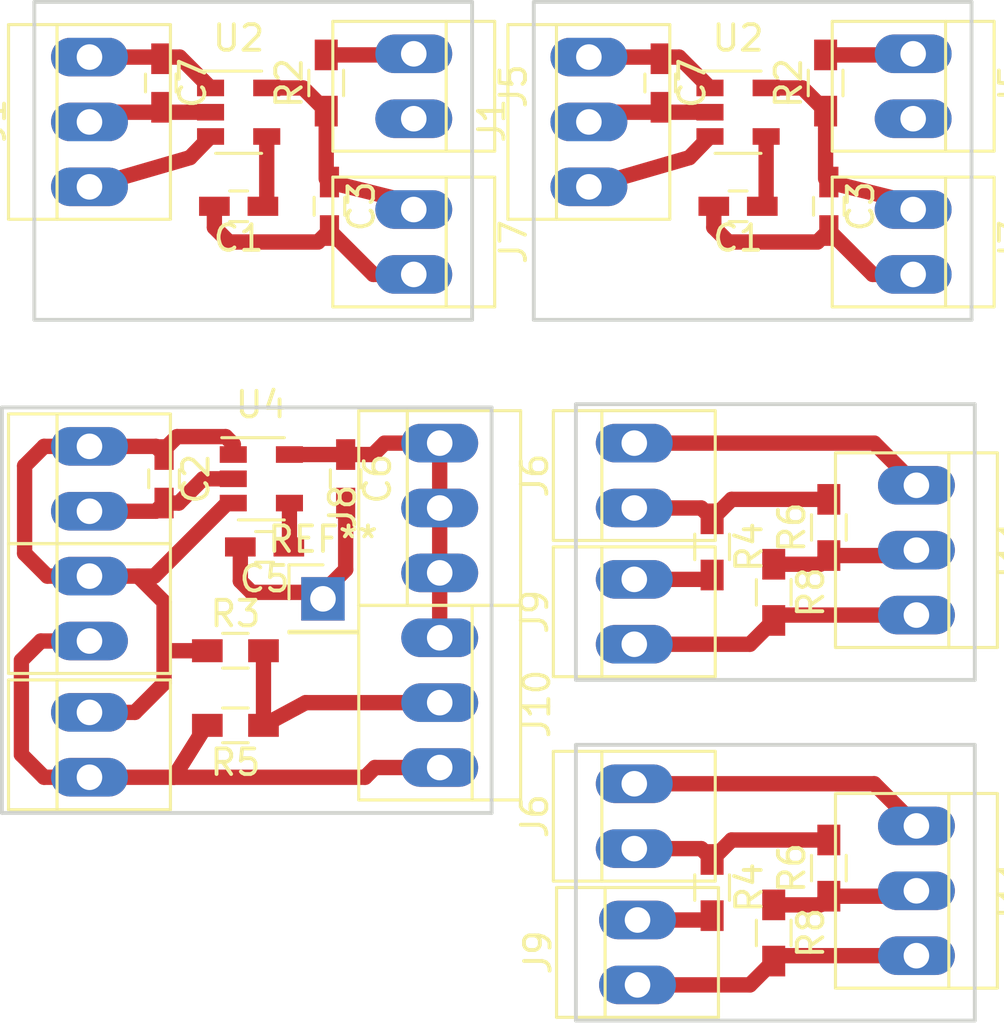
<source format=kicad_pcb>
(kicad_pcb (version 4) (host pcbnew 4.0.6)

  (general
    (links 79)
    (no_connects 23)
    (area 102.330618 83.747241 146.099 127.094001)
    (thickness 1.6)
    (drawings 28)
    (tracks 129)
    (zones 0)
    (modules 40)
    (nets 15)
  )

  (page A4)
  (layers
    (0 F.Cu signal)
    (31 B.Cu signal hide)
    (32 B.Adhes user hide)
    (33 F.Adhes user hide)
    (34 B.Paste user hide)
    (35 F.Paste user hide)
    (36 B.SilkS user hide)
    (37 F.SilkS user hide)
    (38 B.Mask user hide)
    (39 F.Mask user hide)
    (40 Dwgs.User user hide)
    (41 Cmts.User user)
    (42 Eco1.User user hide)
    (43 Eco2.User user hide)
    (44 Edge.Cuts user)
    (45 Margin user hide)
    (46 B.CrtYd user hide)
    (47 F.CrtYd user hide)
    (48 B.Fab user hide)
    (49 F.Fab user hide)
  )

  (setup
    (last_trace_width 0.6)
    (trace_clearance 0.2)
    (zone_clearance 0.508)
    (zone_45_only no)
    (trace_min 0.2)
    (segment_width 0.2)
    (edge_width 0.15)
    (via_size 0.6)
    (via_drill 0.4)
    (via_min_size 0.4)
    (via_min_drill 0.3)
    (uvia_size 0.3)
    (uvia_drill 0.1)
    (uvias_allowed no)
    (uvia_min_size 0.2)
    (uvia_min_drill 0.1)
    (pcb_text_width 0.3)
    (pcb_text_size 1.5 1.5)
    (mod_edge_width 0.15)
    (mod_text_size 1 1)
    (mod_text_width 0.15)
    (pad_size 1.524 1.524)
    (pad_drill 0.762)
    (pad_to_mask_clearance 0.2)
    (aux_axis_origin 0 0)
    (visible_elements 7FFFFFFF)
    (pcbplotparams
      (layerselection 0x00000_00000001)
      (usegerberextensions false)
      (excludeedgelayer false)
      (linewidth 0.100000)
      (plotframeref false)
      (viasonmask false)
      (mode 1)
      (useauxorigin false)
      (hpglpennumber 1)
      (hpglpenspeed 20)
      (hpglpendiameter 15)
      (hpglpenoverlay 2)
      (psnegative false)
      (psa4output false)
      (plotreference false)
      (plotvalue false)
      (plotinvisibletext false)
      (padsonsilk false)
      (subtractmaskfromsilk false)
      (outputformat 3)
      (mirror false)
      (drillshape 1)
      (scaleselection 1)
      (outputdirectory C:/src/Temp/git/MiniTX_ER9xrPro/KiCad/))
  )

  (net 0 "")
  (net 1 "Net-(C1-Pad1)")
  (net 2 GND)
  (net 3 "Net-(C3-Pad1)")
  (net 4 "Net-(C5-Pad1)")
  (net 5 +3V3)
  (net 6 "Net-(J5-Pad1)")
  (net 7 "Net-(J6-Pad1)")
  (net 8 "Net-(J9-Pad2)")
  (net 9 "Net-(J10-Pad2)")
  (net 10 +BATT)
  (net 11 "Net-(C7-Pad1)")
  (net 12 "Net-(J1-Pad1)")
  (net 13 "Net-(J11-Pad1)")
  (net 14 "Net-(J11-Pad2)")

  (net_class Default "This is the default net class."
    (clearance 0.2)
    (trace_width 0.6)
    (via_dia 0.6)
    (via_drill 0.4)
    (uvia_dia 0.3)
    (uvia_drill 0.1)
    (add_net +3V3)
    (add_net +BATT)
    (add_net GND)
    (add_net "Net-(C1-Pad1)")
    (add_net "Net-(C3-Pad1)")
    (add_net "Net-(C5-Pad1)")
    (add_net "Net-(C7-Pad1)")
    (add_net "Net-(J1-Pad1)")
    (add_net "Net-(J10-Pad2)")
    (add_net "Net-(J11-Pad1)")
    (add_net "Net-(J11-Pad2)")
    (add_net "Net-(J5-Pad1)")
    (add_net "Net-(J6-Pad1)")
    (add_net "Net-(J9-Pad2)")
  )

  (module Connectors:PINHEAD1-2 (layer F.Cu) (tedit 0) (tstamp 590881E8)
    (at 130.302 125.349 90)
    (path /5909298A)
    (fp_text reference J9 (at 1.27 -3.9 90) (layer F.SilkS)
      (effects (font (size 1 1) (thickness 0.15)))
    )
    (fp_text value LED1 (at 1.27 3.81 90) (layer F.Fab)
      (effects (font (size 1 1) (thickness 0.15)))
    )
    (fp_line (start 3.81 -1.27) (end -1.27 -1.27) (layer F.SilkS) (width 0.12))
    (fp_line (start 3.81 3.17) (end -1.27 3.17) (layer F.SilkS) (width 0.12))
    (fp_line (start -1.27 -3.17) (end 3.81 -3.17) (layer F.SilkS) (width 0.12))
    (fp_line (start -1.27 -3.17) (end -1.27 3.17) (layer F.SilkS) (width 0.12))
    (fp_line (start 3.81 -3.17) (end 3.81 3.17) (layer F.SilkS) (width 0.12))
    (fp_line (start -1.52 -3.42) (end 4.06 -3.42) (layer F.CrtYd) (width 0.05))
    (fp_line (start -1.52 -3.42) (end -1.52 3.42) (layer F.CrtYd) (width 0.05))
    (fp_line (start 4.06 3.42) (end 4.06 -3.42) (layer F.CrtYd) (width 0.05))
    (fp_line (start 4.06 3.42) (end -1.52 3.42) (layer F.CrtYd) (width 0.05))
    (pad 1 thru_hole oval (at 0 0 90) (size 1.51 3.01) (drill 1) (layers *.Cu *.Mask)
      (net 2 GND))
    (pad 2 thru_hole oval (at 2.54 0 90) (size 1.51 3.01) (drill 1) (layers *.Cu *.Mask)
      (net 8 "Net-(J9-Pad2)"))
  )

  (module Connectors:PINHEAD1-2 (layer F.Cu) (tedit 0) (tstamp 590881D9)
    (at 130.175 120.015 90)
    (path /590B744E)
    (fp_text reference J6 (at 1.27 -3.9 90) (layer F.SilkS)
      (effects (font (size 1 1) (thickness 0.15)))
    )
    (fp_text value THRTL1 (at 1.27 3.81 90) (layer F.Fab)
      (effects (font (size 1 1) (thickness 0.15)))
    )
    (fp_line (start 3.81 -1.27) (end -1.27 -1.27) (layer F.SilkS) (width 0.12))
    (fp_line (start 3.81 3.17) (end -1.27 3.17) (layer F.SilkS) (width 0.12))
    (fp_line (start -1.27 -3.17) (end 3.81 -3.17) (layer F.SilkS) (width 0.12))
    (fp_line (start -1.27 -3.17) (end -1.27 3.17) (layer F.SilkS) (width 0.12))
    (fp_line (start 3.81 -3.17) (end 3.81 3.17) (layer F.SilkS) (width 0.12))
    (fp_line (start -1.52 -3.42) (end 4.06 -3.42) (layer F.CrtYd) (width 0.05))
    (fp_line (start -1.52 -3.42) (end -1.52 3.42) (layer F.CrtYd) (width 0.05))
    (fp_line (start 4.06 3.42) (end 4.06 -3.42) (layer F.CrtYd) (width 0.05))
    (fp_line (start 4.06 3.42) (end -1.52 3.42) (layer F.CrtYd) (width 0.05))
    (pad 1 thru_hole oval (at 0 0 90) (size 1.51 3.01) (drill 1) (layers *.Cu *.Mask)
      (net 7 "Net-(J6-Pad1)"))
    (pad 2 thru_hole oval (at 2.54 0 90) (size 1.51 3.01) (drill 1) (layers *.Cu *.Mask)
      (net 13 "Net-(J11-Pad1)"))
  )

  (module Connectors:PINHEAD1-3 (layer F.Cu) (tedit 0) (tstamp 5908816D)
    (at 141.224 119.126 270)
    (path /590BE1C3)
    (fp_text reference J11 (at 2.59 -3.8 270) (layer F.SilkS)
      (effects (font (size 1 1) (thickness 0.15)))
    )
    (fp_text value CH5 (at 2.54 3.81 270) (layer F.Fab)
      (effects (font (size 1 1) (thickness 0.15)))
    )
    (fp_line (start -1.27 -3.17) (end -1.27 3.17) (layer F.SilkS) (width 0.12))
    (fp_line (start 6.35 -3.17) (end 6.35 3.17) (layer F.SilkS) (width 0.12))
    (fp_line (start 6.35 -1.27) (end -1.27 -1.27) (layer F.SilkS) (width 0.12))
    (fp_line (start -1.27 -3.17) (end 6.35 -3.17) (layer F.SilkS) (width 0.12))
    (fp_line (start 6.35 3.17) (end -1.27 3.17) (layer F.SilkS) (width 0.12))
    (fp_line (start -1.52 -3.42) (end 6.6 -3.42) (layer F.CrtYd) (width 0.05))
    (fp_line (start -1.52 -3.42) (end -1.52 3.42) (layer F.CrtYd) (width 0.05))
    (fp_line (start 6.6 3.42) (end 6.6 -3.42) (layer F.CrtYd) (width 0.05))
    (fp_line (start 6.6 3.42) (end -1.52 3.42) (layer F.CrtYd) (width 0.05))
    (pad 1 thru_hole oval (at 0 0 270) (size 1.51 3.01) (drill 1) (layers *.Cu *.Mask)
      (net 13 "Net-(J11-Pad1)"))
    (pad 2 thru_hole oval (at 2.54 0 270) (size 1.51 3.01) (drill 1) (layers *.Cu *.Mask)
      (net 14 "Net-(J11-Pad2)"))
    (pad 3 thru_hole oval (at 5.08 0 270) (size 1.51 3.01) (drill 1) (layers *.Cu *.Mask)
      (net 2 GND))
  )

  (module Resistors_SMD:R_0603_HandSoldering (layer F.Cu) (tedit 58E0A804) (tstamp 5908815D)
    (at 135.636 123.317 270)
    (descr "Resistor SMD 0603, hand soldering")
    (tags "resistor 0603")
    (path /59079755)
    (attr smd)
    (fp_text reference R8 (at 0 -1.45 270) (layer F.SilkS)
      (effects (font (size 1 1) (thickness 0.15)))
    )
    (fp_text value 20K (at 0 1.55 270) (layer F.Fab)
      (effects (font (size 1 1) (thickness 0.15)))
    )
    (fp_text user %R (at 0 0 270) (layer F.Fab)
      (effects (font (size 0.5 0.5) (thickness 0.075)))
    )
    (fp_line (start -0.8 0.4) (end -0.8 -0.4) (layer F.Fab) (width 0.1))
    (fp_line (start 0.8 0.4) (end -0.8 0.4) (layer F.Fab) (width 0.1))
    (fp_line (start 0.8 -0.4) (end 0.8 0.4) (layer F.Fab) (width 0.1))
    (fp_line (start -0.8 -0.4) (end 0.8 -0.4) (layer F.Fab) (width 0.1))
    (fp_line (start 0.5 0.68) (end -0.5 0.68) (layer F.SilkS) (width 0.12))
    (fp_line (start -0.5 -0.68) (end 0.5 -0.68) (layer F.SilkS) (width 0.12))
    (fp_line (start -1.96 -0.7) (end 1.95 -0.7) (layer F.CrtYd) (width 0.05))
    (fp_line (start -1.96 -0.7) (end -1.96 0.7) (layer F.CrtYd) (width 0.05))
    (fp_line (start 1.95 0.7) (end 1.95 -0.7) (layer F.CrtYd) (width 0.05))
    (fp_line (start 1.95 0.7) (end -1.96 0.7) (layer F.CrtYd) (width 0.05))
    (pad 1 smd rect (at -1.1 0 270) (size 1.2 0.9) (layers F.Cu F.Paste F.Mask)
      (net 14 "Net-(J11-Pad2)"))
    (pad 2 smd rect (at 1.1 0 270) (size 1.2 0.9) (layers F.Cu F.Paste F.Mask)
      (net 2 GND))
    (model ${KISYS3DMOD}/Resistors_SMD.3dshapes/R_0603.wrl
      (at (xyz 0 0 0))
      (scale (xyz 1 1 1))
      (rotate (xyz 0 0 0))
    )
  )

  (module Resistors_SMD:R_0603_HandSoldering (layer F.Cu) (tedit 58E0A804) (tstamp 5908814D)
    (at 137.795 120.777 90)
    (descr "Resistor SMD 0603, hand soldering")
    (tags "resistor 0603")
    (path /590799DA)
    (attr smd)
    (fp_text reference R6 (at 0 -1.45 90) (layer F.SilkS)
      (effects (font (size 1 1) (thickness 0.15)))
    )
    (fp_text value 10K (at 0 1.55 90) (layer F.Fab)
      (effects (font (size 1 1) (thickness 0.15)))
    )
    (fp_text user %R (at 0 0 90) (layer F.Fab)
      (effects (font (size 0.5 0.5) (thickness 0.075)))
    )
    (fp_line (start -0.8 0.4) (end -0.8 -0.4) (layer F.Fab) (width 0.1))
    (fp_line (start 0.8 0.4) (end -0.8 0.4) (layer F.Fab) (width 0.1))
    (fp_line (start 0.8 -0.4) (end 0.8 0.4) (layer F.Fab) (width 0.1))
    (fp_line (start -0.8 -0.4) (end 0.8 -0.4) (layer F.Fab) (width 0.1))
    (fp_line (start 0.5 0.68) (end -0.5 0.68) (layer F.SilkS) (width 0.12))
    (fp_line (start -0.5 -0.68) (end 0.5 -0.68) (layer F.SilkS) (width 0.12))
    (fp_line (start -1.96 -0.7) (end 1.95 -0.7) (layer F.CrtYd) (width 0.05))
    (fp_line (start -1.96 -0.7) (end -1.96 0.7) (layer F.CrtYd) (width 0.05))
    (fp_line (start 1.95 0.7) (end 1.95 -0.7) (layer F.CrtYd) (width 0.05))
    (fp_line (start 1.95 0.7) (end -1.96 0.7) (layer F.CrtYd) (width 0.05))
    (pad 1 smd rect (at -1.1 0 90) (size 1.2 0.9) (layers F.Cu F.Paste F.Mask)
      (net 14 "Net-(J11-Pad2)"))
    (pad 2 smd rect (at 1.1 0 90) (size 1.2 0.9) (layers F.Cu F.Paste F.Mask)
      (net 7 "Net-(J6-Pad1)"))
    (model ${KISYS3DMOD}/Resistors_SMD.3dshapes/R_0603.wrl
      (at (xyz 0 0 0))
      (scale (xyz 1 1 1))
      (rotate (xyz 0 0 0))
    )
  )

  (module Resistors_SMD:R_0603_HandSoldering (layer F.Cu) (tedit 58E0A804) (tstamp 5908813D)
    (at 133.223 121.539 270)
    (descr "Resistor SMD 0603, hand soldering")
    (tags "resistor 0603")
    (path /59093A7B)
    (attr smd)
    (fp_text reference R4 (at 0 -1.45 270) (layer F.SilkS)
      (effects (font (size 1 1) (thickness 0.15)))
    )
    (fp_text value 600 (at 0 1.55 270) (layer F.Fab)
      (effects (font (size 1 1) (thickness 0.15)))
    )
    (fp_text user %R (at 0 0 270) (layer F.Fab)
      (effects (font (size 0.5 0.5) (thickness 0.075)))
    )
    (fp_line (start -0.8 0.4) (end -0.8 -0.4) (layer F.Fab) (width 0.1))
    (fp_line (start 0.8 0.4) (end -0.8 0.4) (layer F.Fab) (width 0.1))
    (fp_line (start 0.8 -0.4) (end 0.8 0.4) (layer F.Fab) (width 0.1))
    (fp_line (start -0.8 -0.4) (end 0.8 -0.4) (layer F.Fab) (width 0.1))
    (fp_line (start 0.5 0.68) (end -0.5 0.68) (layer F.SilkS) (width 0.12))
    (fp_line (start -0.5 -0.68) (end 0.5 -0.68) (layer F.SilkS) (width 0.12))
    (fp_line (start -1.96 -0.7) (end 1.95 -0.7) (layer F.CrtYd) (width 0.05))
    (fp_line (start -1.96 -0.7) (end -1.96 0.7) (layer F.CrtYd) (width 0.05))
    (fp_line (start 1.95 0.7) (end 1.95 -0.7) (layer F.CrtYd) (width 0.05))
    (fp_line (start 1.95 0.7) (end -1.96 0.7) (layer F.CrtYd) (width 0.05))
    (pad 1 smd rect (at -1.1 0 270) (size 1.2 0.9) (layers F.Cu F.Paste F.Mask)
      (net 7 "Net-(J6-Pad1)"))
    (pad 2 smd rect (at 1.1 0 270) (size 1.2 0.9) (layers F.Cu F.Paste F.Mask)
      (net 8 "Net-(J9-Pad2)"))
    (model ${KISYS3DMOD}/Resistors_SMD.3dshapes/R_0603.wrl
      (at (xyz 0 0 0))
      (scale (xyz 1 1 1))
      (rotate (xyz 0 0 0))
    )
  )

  (module Connectors:PINHEAD1-3 (layer F.Cu) (tedit 0) (tstamp 59087FF1)
    (at 128.397 94.107 90)
    (path /590ABB77)
    (fp_text reference J1 (at 2.59 -3.8 90) (layer F.SilkS)
      (effects (font (size 1 1) (thickness 0.15)))
    )
    (fp_text value CONN_01X03 (at 2.54 3.81 90) (layer F.Fab)
      (effects (font (size 1 1) (thickness 0.15)))
    )
    (fp_line (start -1.27 -3.17) (end -1.27 3.17) (layer F.SilkS) (width 0.12))
    (fp_line (start 6.35 -3.17) (end 6.35 3.17) (layer F.SilkS) (width 0.12))
    (fp_line (start 6.35 -1.27) (end -1.27 -1.27) (layer F.SilkS) (width 0.12))
    (fp_line (start -1.27 -3.17) (end 6.35 -3.17) (layer F.SilkS) (width 0.12))
    (fp_line (start 6.35 3.17) (end -1.27 3.17) (layer F.SilkS) (width 0.12))
    (fp_line (start -1.52 -3.42) (end 6.6 -3.42) (layer F.CrtYd) (width 0.05))
    (fp_line (start -1.52 -3.42) (end -1.52 3.42) (layer F.CrtYd) (width 0.05))
    (fp_line (start 6.6 3.42) (end 6.6 -3.42) (layer F.CrtYd) (width 0.05))
    (fp_line (start 6.6 3.42) (end -1.52 3.42) (layer F.CrtYd) (width 0.05))
    (pad 1 thru_hole oval (at 0 0 90) (size 1.51 3.01) (drill 1) (layers *.Cu *.Mask)
      (net 12 "Net-(J1-Pad1)"))
    (pad 2 thru_hole oval (at 2.54 0 90) (size 1.51 3.01) (drill 1) (layers *.Cu *.Mask)
      (net 2 GND))
    (pad 3 thru_hole oval (at 5.08 0 90) (size 1.51 3.01) (drill 1) (layers *.Cu *.Mask)
      (net 11 "Net-(C7-Pad1)"))
  )

  (module Capacitors_SMD:C_0603_HandSoldering (layer F.Cu) (tedit 58AA848B) (tstamp 59087FE1)
    (at 131.191 90.043 270)
    (descr "Capacitor SMD 0603, hand soldering")
    (tags "capacitor 0603")
    (path /590AA400)
    (attr smd)
    (fp_text reference C7 (at 0 -1.25 270) (layer F.SilkS)
      (effects (font (size 1 1) (thickness 0.15)))
    )
    (fp_text value 2.2uf (at 0 1.5 270) (layer F.Fab)
      (effects (font (size 1 1) (thickness 0.15)))
    )
    (fp_text user %R (at 0 -1.25 270) (layer F.Fab)
      (effects (font (size 1 1) (thickness 0.15)))
    )
    (fp_line (start -0.8 0.4) (end -0.8 -0.4) (layer F.Fab) (width 0.1))
    (fp_line (start 0.8 0.4) (end -0.8 0.4) (layer F.Fab) (width 0.1))
    (fp_line (start 0.8 -0.4) (end 0.8 0.4) (layer F.Fab) (width 0.1))
    (fp_line (start -0.8 -0.4) (end 0.8 -0.4) (layer F.Fab) (width 0.1))
    (fp_line (start -0.35 -0.6) (end 0.35 -0.6) (layer F.SilkS) (width 0.12))
    (fp_line (start 0.35 0.6) (end -0.35 0.6) (layer F.SilkS) (width 0.12))
    (fp_line (start -1.8 -0.65) (end 1.8 -0.65) (layer F.CrtYd) (width 0.05))
    (fp_line (start -1.8 -0.65) (end -1.8 0.65) (layer F.CrtYd) (width 0.05))
    (fp_line (start 1.8 0.65) (end 1.8 -0.65) (layer F.CrtYd) (width 0.05))
    (fp_line (start 1.8 0.65) (end -1.8 0.65) (layer F.CrtYd) (width 0.05))
    (pad 1 smd rect (at -0.95 0 270) (size 1.2 0.75) (layers F.Cu F.Paste F.Mask)
      (net 11 "Net-(C7-Pad1)"))
    (pad 2 smd rect (at 0.95 0 270) (size 1.2 0.75) (layers F.Cu F.Paste F.Mask)
      (net 2 GND))
    (model Capacitors_SMD.3dshapes/C_0603.wrl
      (at (xyz 0 0 0))
      (scale (xyz 1 1 1))
      (rotate (xyz 0 0 0))
    )
  )

  (module TO_SOT_Packages_SMD:SOT-23-5 (layer F.Cu) (tedit 58CE4E7E) (tstamp 59087FCD)
    (at 134.239 91.186)
    (descr "5-pin SOT23 package")
    (tags SOT-23-5)
    (path /5908479A)
    (attr smd)
    (fp_text reference U2 (at 0 -2.9) (layer F.SilkS)
      (effects (font (size 1 1) (thickness 0.15)))
    )
    (fp_text value MIC5219-3.3BM5 (at 0 2.9) (layer F.Fab)
      (effects (font (size 1 1) (thickness 0.15)))
    )
    (fp_text user %R (at 0 0) (layer F.Fab)
      (effects (font (size 0.5 0.5) (thickness 0.075)))
    )
    (fp_line (start -0.9 1.61) (end 0.9 1.61) (layer F.SilkS) (width 0.12))
    (fp_line (start 0.9 -1.61) (end -1.55 -1.61) (layer F.SilkS) (width 0.12))
    (fp_line (start -1.9 -1.8) (end 1.9 -1.8) (layer F.CrtYd) (width 0.05))
    (fp_line (start 1.9 -1.8) (end 1.9 1.8) (layer F.CrtYd) (width 0.05))
    (fp_line (start 1.9 1.8) (end -1.9 1.8) (layer F.CrtYd) (width 0.05))
    (fp_line (start -1.9 1.8) (end -1.9 -1.8) (layer F.CrtYd) (width 0.05))
    (fp_line (start -0.9 -0.9) (end -0.25 -1.55) (layer F.Fab) (width 0.1))
    (fp_line (start 0.9 -1.55) (end -0.25 -1.55) (layer F.Fab) (width 0.1))
    (fp_line (start -0.9 -0.9) (end -0.9 1.55) (layer F.Fab) (width 0.1))
    (fp_line (start 0.9 1.55) (end -0.9 1.55) (layer F.Fab) (width 0.1))
    (fp_line (start 0.9 -1.55) (end 0.9 1.55) (layer F.Fab) (width 0.1))
    (pad 1 smd rect (at -1.1 -0.95) (size 1.06 0.65) (layers F.Cu F.Paste F.Mask)
      (net 11 "Net-(C7-Pad1)"))
    (pad 2 smd rect (at -1.1 0) (size 1.06 0.65) (layers F.Cu F.Paste F.Mask)
      (net 2 GND))
    (pad 3 smd rect (at -1.1 0.95) (size 1.06 0.65) (layers F.Cu F.Paste F.Mask)
      (net 12 "Net-(J1-Pad1)"))
    (pad 4 smd rect (at 1.1 0.95) (size 1.06 0.65) (layers F.Cu F.Paste F.Mask)
      (net 1 "Net-(C1-Pad1)"))
    (pad 5 smd rect (at 1.1 -0.95) (size 1.06 0.65) (layers F.Cu F.Paste F.Mask)
      (net 3 "Net-(C3-Pad1)"))
    (model ${KISYS3DMOD}/TO_SOT_Packages_SMD.3dshapes/SOT-23-5.wrl
      (at (xyz 0 0 0))
      (scale (xyz 1 1 1))
      (rotate (xyz 0 0 0))
    )
  )

  (module Resistors_SMD:R_0603_HandSoldering (layer F.Cu) (tedit 58E0A804) (tstamp 59087FBD)
    (at 137.668 90.043 90)
    (descr "Resistor SMD 0603, hand soldering")
    (tags "resistor 0603")
    (path /5907C0EC)
    (attr smd)
    (fp_text reference R2 (at 0 -1.45 90) (layer F.SilkS)
      (effects (font (size 1 1) (thickness 0.15)))
    )
    (fp_text value 300 (at 0 1.55 90) (layer F.Fab)
      (effects (font (size 1 1) (thickness 0.15)))
    )
    (fp_text user %R (at 0 0 90) (layer F.Fab)
      (effects (font (size 0.5 0.5) (thickness 0.075)))
    )
    (fp_line (start -0.8 0.4) (end -0.8 -0.4) (layer F.Fab) (width 0.1))
    (fp_line (start 0.8 0.4) (end -0.8 0.4) (layer F.Fab) (width 0.1))
    (fp_line (start 0.8 -0.4) (end 0.8 0.4) (layer F.Fab) (width 0.1))
    (fp_line (start -0.8 -0.4) (end 0.8 -0.4) (layer F.Fab) (width 0.1))
    (fp_line (start 0.5 0.68) (end -0.5 0.68) (layer F.SilkS) (width 0.12))
    (fp_line (start -0.5 -0.68) (end 0.5 -0.68) (layer F.SilkS) (width 0.12))
    (fp_line (start -1.96 -0.7) (end 1.95 -0.7) (layer F.CrtYd) (width 0.05))
    (fp_line (start -1.96 -0.7) (end -1.96 0.7) (layer F.CrtYd) (width 0.05))
    (fp_line (start 1.95 0.7) (end 1.95 -0.7) (layer F.CrtYd) (width 0.05))
    (fp_line (start 1.95 0.7) (end -1.96 0.7) (layer F.CrtYd) (width 0.05))
    (pad 1 smd rect (at -1.1 0 90) (size 1.2 0.9) (layers F.Cu F.Paste F.Mask)
      (net 3 "Net-(C3-Pad1)"))
    (pad 2 smd rect (at 1.1 0 90) (size 1.2 0.9) (layers F.Cu F.Paste F.Mask)
      (net 6 "Net-(J5-Pad1)"))
    (model ${KISYS3DMOD}/Resistors_SMD.3dshapes/R_0603.wrl
      (at (xyz 0 0 0))
      (scale (xyz 1 1 1))
      (rotate (xyz 0 0 0))
    )
  )

  (module Connectors:PINHEAD1-2 (layer F.Cu) (tedit 0) (tstamp 59087FAF)
    (at 141.097 94.996 270)
    (path /59099954)
    (fp_text reference J7 (at 1.27 -3.9 270) (layer F.SilkS)
      (effects (font (size 1 1) (thickness 0.15)))
    )
    (fp_text value MODULE1_POWER (at 1.27 3.81 270) (layer F.Fab)
      (effects (font (size 1 1) (thickness 0.15)))
    )
    (fp_line (start 3.81 -1.27) (end -1.27 -1.27) (layer F.SilkS) (width 0.12))
    (fp_line (start 3.81 3.17) (end -1.27 3.17) (layer F.SilkS) (width 0.12))
    (fp_line (start -1.27 -3.17) (end 3.81 -3.17) (layer F.SilkS) (width 0.12))
    (fp_line (start -1.27 -3.17) (end -1.27 3.17) (layer F.SilkS) (width 0.12))
    (fp_line (start 3.81 -3.17) (end 3.81 3.17) (layer F.SilkS) (width 0.12))
    (fp_line (start -1.52 -3.42) (end 4.06 -3.42) (layer F.CrtYd) (width 0.05))
    (fp_line (start -1.52 -3.42) (end -1.52 3.42) (layer F.CrtYd) (width 0.05))
    (fp_line (start 4.06 3.42) (end 4.06 -3.42) (layer F.CrtYd) (width 0.05))
    (fp_line (start 4.06 3.42) (end -1.52 3.42) (layer F.CrtYd) (width 0.05))
    (pad 1 thru_hole oval (at 0 0 270) (size 1.51 3.01) (drill 1) (layers *.Cu *.Mask)
      (net 3 "Net-(C3-Pad1)"))
    (pad 2 thru_hole oval (at 2.54 0 270) (size 1.51 3.01) (drill 1) (layers *.Cu *.Mask)
      (net 2 GND))
  )

  (module Connectors:PINHEAD1-2 (layer F.Cu) (tedit 0) (tstamp 59087FA1)
    (at 141.097 88.9 270)
    (path /5908D8E5)
    (fp_text reference J5 (at 1.27 -3.9 270) (layer F.SilkS)
      (effects (font (size 1 1) (thickness 0.15)))
    )
    (fp_text value LED1 (at 1.27 3.81 270) (layer F.Fab)
      (effects (font (size 1 1) (thickness 0.15)))
    )
    (fp_line (start 3.81 -1.27) (end -1.27 -1.27) (layer F.SilkS) (width 0.12))
    (fp_line (start 3.81 3.17) (end -1.27 3.17) (layer F.SilkS) (width 0.12))
    (fp_line (start -1.27 -3.17) (end 3.81 -3.17) (layer F.SilkS) (width 0.12))
    (fp_line (start -1.27 -3.17) (end -1.27 3.17) (layer F.SilkS) (width 0.12))
    (fp_line (start 3.81 -3.17) (end 3.81 3.17) (layer F.SilkS) (width 0.12))
    (fp_line (start -1.52 -3.42) (end 4.06 -3.42) (layer F.CrtYd) (width 0.05))
    (fp_line (start -1.52 -3.42) (end -1.52 3.42) (layer F.CrtYd) (width 0.05))
    (fp_line (start 4.06 3.42) (end 4.06 -3.42) (layer F.CrtYd) (width 0.05))
    (fp_line (start 4.06 3.42) (end -1.52 3.42) (layer F.CrtYd) (width 0.05))
    (pad 1 thru_hole oval (at 0 0 270) (size 1.51 3.01) (drill 1) (layers *.Cu *.Mask)
      (net 6 "Net-(J5-Pad1)"))
    (pad 2 thru_hole oval (at 2.54 0 270) (size 1.51 3.01) (drill 1) (layers *.Cu *.Mask)
      (net 2 GND))
  )

  (module Capacitors_SMD:C_0603_HandSoldering (layer F.Cu) (tedit 58AA848B) (tstamp 59087F91)
    (at 137.795 94.869 270)
    (descr "Capacitor SMD 0603, hand soldering")
    (tags "capacitor 0603")
    (path /59088485)
    (attr smd)
    (fp_text reference C3 (at 0 -1.25 270) (layer F.SilkS)
      (effects (font (size 1 1) (thickness 0.15)))
    )
    (fp_text value 2.2uf (at 0 1.5 270) (layer F.Fab)
      (effects (font (size 1 1) (thickness 0.15)))
    )
    (fp_text user %R (at 0 -1.25 270) (layer F.Fab)
      (effects (font (size 1 1) (thickness 0.15)))
    )
    (fp_line (start -0.8 0.4) (end -0.8 -0.4) (layer F.Fab) (width 0.1))
    (fp_line (start 0.8 0.4) (end -0.8 0.4) (layer F.Fab) (width 0.1))
    (fp_line (start 0.8 -0.4) (end 0.8 0.4) (layer F.Fab) (width 0.1))
    (fp_line (start -0.8 -0.4) (end 0.8 -0.4) (layer F.Fab) (width 0.1))
    (fp_line (start -0.35 -0.6) (end 0.35 -0.6) (layer F.SilkS) (width 0.12))
    (fp_line (start 0.35 0.6) (end -0.35 0.6) (layer F.SilkS) (width 0.12))
    (fp_line (start -1.8 -0.65) (end 1.8 -0.65) (layer F.CrtYd) (width 0.05))
    (fp_line (start -1.8 -0.65) (end -1.8 0.65) (layer F.CrtYd) (width 0.05))
    (fp_line (start 1.8 0.65) (end 1.8 -0.65) (layer F.CrtYd) (width 0.05))
    (fp_line (start 1.8 0.65) (end -1.8 0.65) (layer F.CrtYd) (width 0.05))
    (pad 1 smd rect (at -0.95 0 270) (size 1.2 0.75) (layers F.Cu F.Paste F.Mask)
      (net 3 "Net-(C3-Pad1)"))
    (pad 2 smd rect (at 0.95 0 270) (size 1.2 0.75) (layers F.Cu F.Paste F.Mask)
      (net 2 GND))
    (model Capacitors_SMD.3dshapes/C_0603.wrl
      (at (xyz 0 0 0))
      (scale (xyz 1 1 1))
      (rotate (xyz 0 0 0))
    )
  )

  (module Capacitors_SMD:C_0603_HandSoldering (layer F.Cu) (tedit 58AA848B) (tstamp 59087F81)
    (at 134.239 94.869 180)
    (descr "Capacitor SMD 0603, hand soldering")
    (tags "capacitor 0603")
    (path /59086623)
    (attr smd)
    (fp_text reference C1 (at 0 -1.25 180) (layer F.SilkS)
      (effects (font (size 1 1) (thickness 0.15)))
    )
    (fp_text value 470 (at 0 1.5 180) (layer F.Fab)
      (effects (font (size 1 1) (thickness 0.15)))
    )
    (fp_text user %R (at 0 -1.25 180) (layer F.Fab)
      (effects (font (size 1 1) (thickness 0.15)))
    )
    (fp_line (start -0.8 0.4) (end -0.8 -0.4) (layer F.Fab) (width 0.1))
    (fp_line (start 0.8 0.4) (end -0.8 0.4) (layer F.Fab) (width 0.1))
    (fp_line (start 0.8 -0.4) (end 0.8 0.4) (layer F.Fab) (width 0.1))
    (fp_line (start -0.8 -0.4) (end 0.8 -0.4) (layer F.Fab) (width 0.1))
    (fp_line (start -0.35 -0.6) (end 0.35 -0.6) (layer F.SilkS) (width 0.12))
    (fp_line (start 0.35 0.6) (end -0.35 0.6) (layer F.SilkS) (width 0.12))
    (fp_line (start -1.8 -0.65) (end 1.8 -0.65) (layer F.CrtYd) (width 0.05))
    (fp_line (start -1.8 -0.65) (end -1.8 0.65) (layer F.CrtYd) (width 0.05))
    (fp_line (start 1.8 0.65) (end 1.8 -0.65) (layer F.CrtYd) (width 0.05))
    (fp_line (start 1.8 0.65) (end -1.8 0.65) (layer F.CrtYd) (width 0.05))
    (pad 1 smd rect (at -0.95 0 180) (size 1.2 0.75) (layers F.Cu F.Paste F.Mask)
      (net 1 "Net-(C1-Pad1)"))
    (pad 2 smd rect (at 0.95 0 180) (size 1.2 0.75) (layers F.Cu F.Paste F.Mask)
      (net 2 GND))
    (model Capacitors_SMD.3dshapes/C_0603.wrl
      (at (xyz 0 0 0))
      (scale (xyz 1 1 1))
      (rotate (xyz 0 0 0))
    )
  )

  (module Capacitors_SMD:C_0603_HandSoldering (layer F.Cu) (tedit 58AA848B) (tstamp 59084DD0)
    (at 114.681 94.869 180)
    (descr "Capacitor SMD 0603, hand soldering")
    (tags "capacitor 0603")
    (path /59086623)
    (attr smd)
    (fp_text reference C1 (at 0 -1.25 180) (layer F.SilkS)
      (effects (font (size 1 1) (thickness 0.15)))
    )
    (fp_text value 470 (at 0 1.5 180) (layer F.Fab)
      (effects (font (size 1 1) (thickness 0.15)))
    )
    (fp_text user %R (at 0 -1.25 180) (layer F.Fab)
      (effects (font (size 1 1) (thickness 0.15)))
    )
    (fp_line (start -0.8 0.4) (end -0.8 -0.4) (layer F.Fab) (width 0.1))
    (fp_line (start 0.8 0.4) (end -0.8 0.4) (layer F.Fab) (width 0.1))
    (fp_line (start 0.8 -0.4) (end 0.8 0.4) (layer F.Fab) (width 0.1))
    (fp_line (start -0.8 -0.4) (end 0.8 -0.4) (layer F.Fab) (width 0.1))
    (fp_line (start -0.35 -0.6) (end 0.35 -0.6) (layer F.SilkS) (width 0.12))
    (fp_line (start 0.35 0.6) (end -0.35 0.6) (layer F.SilkS) (width 0.12))
    (fp_line (start -1.8 -0.65) (end 1.8 -0.65) (layer F.CrtYd) (width 0.05))
    (fp_line (start -1.8 -0.65) (end -1.8 0.65) (layer F.CrtYd) (width 0.05))
    (fp_line (start 1.8 0.65) (end 1.8 -0.65) (layer F.CrtYd) (width 0.05))
    (fp_line (start 1.8 0.65) (end -1.8 0.65) (layer F.CrtYd) (width 0.05))
    (pad 1 smd rect (at -0.95 0 180) (size 1.2 0.75) (layers F.Cu F.Paste F.Mask)
      (net 1 "Net-(C1-Pad1)"))
    (pad 2 smd rect (at 0.95 0 180) (size 1.2 0.75) (layers F.Cu F.Paste F.Mask)
      (net 2 GND))
    (model Capacitors_SMD.3dshapes/C_0603.wrl
      (at (xyz 0 0 0))
      (scale (xyz 1 1 1))
      (rotate (xyz 0 0 0))
    )
  )

  (module Capacitors_SMD:C_0603_HandSoldering (layer F.Cu) (tedit 58AA848B) (tstamp 59084DD6)
    (at 111.76 105.537 270)
    (descr "Capacitor SMD 0603, hand soldering")
    (tags "capacitor 0603")
    (path /590C3175)
    (attr smd)
    (fp_text reference C2 (at 0 -1.25 270) (layer F.SilkS)
      (effects (font (size 1 1) (thickness 0.15)))
    )
    (fp_text value 2.2uf (at 0 1.5 270) (layer F.Fab)
      (effects (font (size 1 1) (thickness 0.15)))
    )
    (fp_text user %R (at 0 -1.25 270) (layer F.Fab)
      (effects (font (size 1 1) (thickness 0.15)))
    )
    (fp_line (start -0.8 0.4) (end -0.8 -0.4) (layer F.Fab) (width 0.1))
    (fp_line (start 0.8 0.4) (end -0.8 0.4) (layer F.Fab) (width 0.1))
    (fp_line (start 0.8 -0.4) (end 0.8 0.4) (layer F.Fab) (width 0.1))
    (fp_line (start -0.8 -0.4) (end 0.8 -0.4) (layer F.Fab) (width 0.1))
    (fp_line (start -0.35 -0.6) (end 0.35 -0.6) (layer F.SilkS) (width 0.12))
    (fp_line (start 0.35 0.6) (end -0.35 0.6) (layer F.SilkS) (width 0.12))
    (fp_line (start -1.8 -0.65) (end 1.8 -0.65) (layer F.CrtYd) (width 0.05))
    (fp_line (start -1.8 -0.65) (end -1.8 0.65) (layer F.CrtYd) (width 0.05))
    (fp_line (start 1.8 0.65) (end 1.8 -0.65) (layer F.CrtYd) (width 0.05))
    (fp_line (start 1.8 0.65) (end -1.8 0.65) (layer F.CrtYd) (width 0.05))
    (pad 1 smd rect (at -0.95 0 270) (size 1.2 0.75) (layers F.Cu F.Paste F.Mask)
      (net 10 +BATT))
    (pad 2 smd rect (at 0.95 0 270) (size 1.2 0.75) (layers F.Cu F.Paste F.Mask)
      (net 2 GND))
    (model Capacitors_SMD.3dshapes/C_0603.wrl
      (at (xyz 0 0 0))
      (scale (xyz 1 1 1))
      (rotate (xyz 0 0 0))
    )
  )

  (module Capacitors_SMD:C_0603_HandSoldering (layer F.Cu) (tedit 58AA848B) (tstamp 59084DDC)
    (at 118.237 94.869 270)
    (descr "Capacitor SMD 0603, hand soldering")
    (tags "capacitor 0603")
    (path /59088485)
    (attr smd)
    (fp_text reference C3 (at 0 -1.25 270) (layer F.SilkS)
      (effects (font (size 1 1) (thickness 0.15)))
    )
    (fp_text value 2.2uf (at 0 1.5 270) (layer F.Fab)
      (effects (font (size 1 1) (thickness 0.15)))
    )
    (fp_text user %R (at 0 -1.25 270) (layer F.Fab)
      (effects (font (size 1 1) (thickness 0.15)))
    )
    (fp_line (start -0.8 0.4) (end -0.8 -0.4) (layer F.Fab) (width 0.1))
    (fp_line (start 0.8 0.4) (end -0.8 0.4) (layer F.Fab) (width 0.1))
    (fp_line (start 0.8 -0.4) (end 0.8 0.4) (layer F.Fab) (width 0.1))
    (fp_line (start -0.8 -0.4) (end 0.8 -0.4) (layer F.Fab) (width 0.1))
    (fp_line (start -0.35 -0.6) (end 0.35 -0.6) (layer F.SilkS) (width 0.12))
    (fp_line (start 0.35 0.6) (end -0.35 0.6) (layer F.SilkS) (width 0.12))
    (fp_line (start -1.8 -0.65) (end 1.8 -0.65) (layer F.CrtYd) (width 0.05))
    (fp_line (start -1.8 -0.65) (end -1.8 0.65) (layer F.CrtYd) (width 0.05))
    (fp_line (start 1.8 0.65) (end 1.8 -0.65) (layer F.CrtYd) (width 0.05))
    (fp_line (start 1.8 0.65) (end -1.8 0.65) (layer F.CrtYd) (width 0.05))
    (pad 1 smd rect (at -0.95 0 270) (size 1.2 0.75) (layers F.Cu F.Paste F.Mask)
      (net 3 "Net-(C3-Pad1)"))
    (pad 2 smd rect (at 0.95 0 270) (size 1.2 0.75) (layers F.Cu F.Paste F.Mask)
      (net 2 GND))
    (model Capacitors_SMD.3dshapes/C_0603.wrl
      (at (xyz 0 0 0))
      (scale (xyz 1 1 1))
      (rotate (xyz 0 0 0))
    )
  )

  (module Capacitors_SMD:C_0603_HandSoldering (layer F.Cu) (tedit 58AA848B) (tstamp 59084DE8)
    (at 115.697 108.204 180)
    (descr "Capacitor SMD 0603, hand soldering")
    (tags "capacitor 0603")
    (path /5908ACCC)
    (attr smd)
    (fp_text reference C5 (at 0 -1.25 180) (layer F.SilkS)
      (effects (font (size 1 1) (thickness 0.15)))
    )
    (fp_text value 470 (at 0 1.5 180) (layer F.Fab)
      (effects (font (size 1 1) (thickness 0.15)))
    )
    (fp_text user %R (at 0 -1.25 180) (layer F.Fab)
      (effects (font (size 1 1) (thickness 0.15)))
    )
    (fp_line (start -0.8 0.4) (end -0.8 -0.4) (layer F.Fab) (width 0.1))
    (fp_line (start 0.8 0.4) (end -0.8 0.4) (layer F.Fab) (width 0.1))
    (fp_line (start 0.8 -0.4) (end 0.8 0.4) (layer F.Fab) (width 0.1))
    (fp_line (start -0.8 -0.4) (end 0.8 -0.4) (layer F.Fab) (width 0.1))
    (fp_line (start -0.35 -0.6) (end 0.35 -0.6) (layer F.SilkS) (width 0.12))
    (fp_line (start 0.35 0.6) (end -0.35 0.6) (layer F.SilkS) (width 0.12))
    (fp_line (start -1.8 -0.65) (end 1.8 -0.65) (layer F.CrtYd) (width 0.05))
    (fp_line (start -1.8 -0.65) (end -1.8 0.65) (layer F.CrtYd) (width 0.05))
    (fp_line (start 1.8 0.65) (end 1.8 -0.65) (layer F.CrtYd) (width 0.05))
    (fp_line (start 1.8 0.65) (end -1.8 0.65) (layer F.CrtYd) (width 0.05))
    (pad 1 smd rect (at -0.95 0 180) (size 1.2 0.75) (layers F.Cu F.Paste F.Mask)
      (net 4 "Net-(C5-Pad1)"))
    (pad 2 smd rect (at 0.95 0 180) (size 1.2 0.75) (layers F.Cu F.Paste F.Mask)
      (net 2 GND))
    (model Capacitors_SMD.3dshapes/C_0603.wrl
      (at (xyz 0 0 0))
      (scale (xyz 1 1 1))
      (rotate (xyz 0 0 0))
    )
  )

  (module Capacitors_SMD:C_0603_HandSoldering (layer F.Cu) (tedit 58AA848B) (tstamp 59084DEE)
    (at 118.872 105.537 270)
    (descr "Capacitor SMD 0603, hand soldering")
    (tags "capacitor 0603")
    (path /5908ACD9)
    (attr smd)
    (fp_text reference C6 (at 0 -1.25 270) (layer F.SilkS)
      (effects (font (size 1 1) (thickness 0.15)))
    )
    (fp_text value 2.2uf (at 0 1.5 270) (layer F.Fab)
      (effects (font (size 1 1) (thickness 0.15)))
    )
    (fp_text user %R (at 0 -1.25 270) (layer F.Fab)
      (effects (font (size 1 1) (thickness 0.15)))
    )
    (fp_line (start -0.8 0.4) (end -0.8 -0.4) (layer F.Fab) (width 0.1))
    (fp_line (start 0.8 0.4) (end -0.8 0.4) (layer F.Fab) (width 0.1))
    (fp_line (start 0.8 -0.4) (end 0.8 0.4) (layer F.Fab) (width 0.1))
    (fp_line (start -0.8 -0.4) (end 0.8 -0.4) (layer F.Fab) (width 0.1))
    (fp_line (start -0.35 -0.6) (end 0.35 -0.6) (layer F.SilkS) (width 0.12))
    (fp_line (start 0.35 0.6) (end -0.35 0.6) (layer F.SilkS) (width 0.12))
    (fp_line (start -1.8 -0.65) (end 1.8 -0.65) (layer F.CrtYd) (width 0.05))
    (fp_line (start -1.8 -0.65) (end -1.8 0.65) (layer F.CrtYd) (width 0.05))
    (fp_line (start 1.8 0.65) (end 1.8 -0.65) (layer F.CrtYd) (width 0.05))
    (fp_line (start 1.8 0.65) (end -1.8 0.65) (layer F.CrtYd) (width 0.05))
    (pad 1 smd rect (at -0.95 0 270) (size 1.2 0.75) (layers F.Cu F.Paste F.Mask)
      (net 5 +3V3))
    (pad 2 smd rect (at 0.95 0 270) (size 1.2 0.75) (layers F.Cu F.Paste F.Mask)
      (net 2 GND))
    (model Capacitors_SMD.3dshapes/C_0603.wrl
      (at (xyz 0 0 0))
      (scale (xyz 1 1 1))
      (rotate (xyz 0 0 0))
    )
  )

  (module Connectors:PINHEAD1-2 (layer F.Cu) (tedit 0) (tstamp 59084E11)
    (at 108.839 111.887 90)
    (path /590CBD48)
    (fp_text reference J3 (at 1.27 -3.9 90) (layer F.SilkS)
      (effects (font (size 1 1) (thickness 0.15)))
    )
    (fp_text value BAT1 (at 1.27 3.81 90) (layer F.Fab)
      (effects (font (size 1 1) (thickness 0.15)))
    )
    (fp_line (start 3.81 -1.27) (end -1.27 -1.27) (layer F.SilkS) (width 0.12))
    (fp_line (start 3.81 3.17) (end -1.27 3.17) (layer F.SilkS) (width 0.12))
    (fp_line (start -1.27 -3.17) (end 3.81 -3.17) (layer F.SilkS) (width 0.12))
    (fp_line (start -1.27 -3.17) (end -1.27 3.17) (layer F.SilkS) (width 0.12))
    (fp_line (start 3.81 -3.17) (end 3.81 3.17) (layer F.SilkS) (width 0.12))
    (fp_line (start -1.52 -3.42) (end 4.06 -3.42) (layer F.CrtYd) (width 0.05))
    (fp_line (start -1.52 -3.42) (end -1.52 3.42) (layer F.CrtYd) (width 0.05))
    (fp_line (start 4.06 3.42) (end 4.06 -3.42) (layer F.CrtYd) (width 0.05))
    (fp_line (start 4.06 3.42) (end -1.52 3.42) (layer F.CrtYd) (width 0.05))
    (pad 1 thru_hole oval (at 0 0 90) (size 1.51 3.01) (drill 1) (layers *.Cu *.Mask)
      (net 2 GND))
    (pad 2 thru_hole oval (at 2.54 0 90) (size 1.51 3.01) (drill 1) (layers *.Cu *.Mask)
      (net 10 +BATT))
  )

  (module Connectors:PINHEAD1-2 (layer F.Cu) (tedit 0) (tstamp 59084E25)
    (at 121.539 88.9 270)
    (path /5908D8E5)
    (fp_text reference J5 (at 1.27 -3.9 270) (layer F.SilkS)
      (effects (font (size 1 1) (thickness 0.15)))
    )
    (fp_text value LED1 (at 1.27 3.81 270) (layer F.Fab)
      (effects (font (size 1 1) (thickness 0.15)))
    )
    (fp_line (start 3.81 -1.27) (end -1.27 -1.27) (layer F.SilkS) (width 0.12))
    (fp_line (start 3.81 3.17) (end -1.27 3.17) (layer F.SilkS) (width 0.12))
    (fp_line (start -1.27 -3.17) (end 3.81 -3.17) (layer F.SilkS) (width 0.12))
    (fp_line (start -1.27 -3.17) (end -1.27 3.17) (layer F.SilkS) (width 0.12))
    (fp_line (start 3.81 -3.17) (end 3.81 3.17) (layer F.SilkS) (width 0.12))
    (fp_line (start -1.52 -3.42) (end 4.06 -3.42) (layer F.CrtYd) (width 0.05))
    (fp_line (start -1.52 -3.42) (end -1.52 3.42) (layer F.CrtYd) (width 0.05))
    (fp_line (start 4.06 3.42) (end 4.06 -3.42) (layer F.CrtYd) (width 0.05))
    (fp_line (start 4.06 3.42) (end -1.52 3.42) (layer F.CrtYd) (width 0.05))
    (pad 1 thru_hole oval (at 0 0 270) (size 1.51 3.01) (drill 1) (layers *.Cu *.Mask)
      (net 6 "Net-(J5-Pad1)"))
    (pad 2 thru_hole oval (at 2.54 0 270) (size 1.51 3.01) (drill 1) (layers *.Cu *.Mask)
      (net 2 GND))
  )

  (module Connectors:PINHEAD1-2 (layer F.Cu) (tedit 0) (tstamp 59084E34)
    (at 130.175 106.68 90)
    (path /590B744E)
    (fp_text reference J6 (at 1.27 -3.9 90) (layer F.SilkS)
      (effects (font (size 1 1) (thickness 0.15)))
    )
    (fp_text value THRTL1 (at 1.27 3.81 90) (layer F.Fab)
      (effects (font (size 1 1) (thickness 0.15)))
    )
    (fp_line (start 3.81 -1.27) (end -1.27 -1.27) (layer F.SilkS) (width 0.12))
    (fp_line (start 3.81 3.17) (end -1.27 3.17) (layer F.SilkS) (width 0.12))
    (fp_line (start -1.27 -3.17) (end 3.81 -3.17) (layer F.SilkS) (width 0.12))
    (fp_line (start -1.27 -3.17) (end -1.27 3.17) (layer F.SilkS) (width 0.12))
    (fp_line (start 3.81 -3.17) (end 3.81 3.17) (layer F.SilkS) (width 0.12))
    (fp_line (start -1.52 -3.42) (end 4.06 -3.42) (layer F.CrtYd) (width 0.05))
    (fp_line (start -1.52 -3.42) (end -1.52 3.42) (layer F.CrtYd) (width 0.05))
    (fp_line (start 4.06 3.42) (end 4.06 -3.42) (layer F.CrtYd) (width 0.05))
    (fp_line (start 4.06 3.42) (end -1.52 3.42) (layer F.CrtYd) (width 0.05))
    (pad 1 thru_hole oval (at 0 0 90) (size 1.51 3.01) (drill 1) (layers *.Cu *.Mask)
      (net 7 "Net-(J6-Pad1)"))
    (pad 2 thru_hole oval (at 2.54 0 90) (size 1.51 3.01) (drill 1) (layers *.Cu *.Mask)
      (net 13 "Net-(J11-Pad1)"))
  )

  (module Connectors:PINHEAD1-2 (layer F.Cu) (tedit 0) (tstamp 59084E43)
    (at 121.539 94.996 270)
    (path /59099954)
    (fp_text reference J7 (at 1.27 -3.9 270) (layer F.SilkS)
      (effects (font (size 1 1) (thickness 0.15)))
    )
    (fp_text value MODULE1_POWER (at 1.27 3.81 270) (layer F.Fab)
      (effects (font (size 1 1) (thickness 0.15)))
    )
    (fp_line (start 3.81 -1.27) (end -1.27 -1.27) (layer F.SilkS) (width 0.12))
    (fp_line (start 3.81 3.17) (end -1.27 3.17) (layer F.SilkS) (width 0.12))
    (fp_line (start -1.27 -3.17) (end 3.81 -3.17) (layer F.SilkS) (width 0.12))
    (fp_line (start -1.27 -3.17) (end -1.27 3.17) (layer F.SilkS) (width 0.12))
    (fp_line (start 3.81 -3.17) (end 3.81 3.17) (layer F.SilkS) (width 0.12))
    (fp_line (start -1.52 -3.42) (end 4.06 -3.42) (layer F.CrtYd) (width 0.05))
    (fp_line (start -1.52 -3.42) (end -1.52 3.42) (layer F.CrtYd) (width 0.05))
    (fp_line (start 4.06 3.42) (end 4.06 -3.42) (layer F.CrtYd) (width 0.05))
    (fp_line (start 4.06 3.42) (end -1.52 3.42) (layer F.CrtYd) (width 0.05))
    (pad 1 thru_hole oval (at 0 0 270) (size 1.51 3.01) (drill 1) (layers *.Cu *.Mask)
      (net 3 "Net-(C3-Pad1)"))
    (pad 2 thru_hole oval (at 2.54 0 270) (size 1.51 3.01) (drill 1) (layers *.Cu *.Mask)
      (net 2 GND))
  )

  (module Connectors:PINHEAD1-2 (layer F.Cu) (tedit 0) (tstamp 59084E61)
    (at 130.175 112.014 90)
    (path /5909298A)
    (fp_text reference J9 (at 1.27 -3.9 90) (layer F.SilkS)
      (effects (font (size 1 1) (thickness 0.15)))
    )
    (fp_text value LED1 (at 1.27 3.81 90) (layer F.Fab)
      (effects (font (size 1 1) (thickness 0.15)))
    )
    (fp_line (start 3.81 -1.27) (end -1.27 -1.27) (layer F.SilkS) (width 0.12))
    (fp_line (start 3.81 3.17) (end -1.27 3.17) (layer F.SilkS) (width 0.12))
    (fp_line (start -1.27 -3.17) (end 3.81 -3.17) (layer F.SilkS) (width 0.12))
    (fp_line (start -1.27 -3.17) (end -1.27 3.17) (layer F.SilkS) (width 0.12))
    (fp_line (start 3.81 -3.17) (end 3.81 3.17) (layer F.SilkS) (width 0.12))
    (fp_line (start -1.52 -3.42) (end 4.06 -3.42) (layer F.CrtYd) (width 0.05))
    (fp_line (start -1.52 -3.42) (end -1.52 3.42) (layer F.CrtYd) (width 0.05))
    (fp_line (start 4.06 3.42) (end 4.06 -3.42) (layer F.CrtYd) (width 0.05))
    (fp_line (start 4.06 3.42) (end -1.52 3.42) (layer F.CrtYd) (width 0.05))
    (pad 1 thru_hole oval (at 0 0 90) (size 1.51 3.01) (drill 1) (layers *.Cu *.Mask)
      (net 2 GND))
    (pad 2 thru_hole oval (at 2.54 0 90) (size 1.51 3.01) (drill 1) (layers *.Cu *.Mask)
      (net 8 "Net-(J9-Pad2)"))
  )

  (module Resistors_SMD:R_0603_HandSoldering (layer F.Cu) (tedit 58E0A804) (tstamp 59084E7C)
    (at 118.11 90.043 90)
    (descr "Resistor SMD 0603, hand soldering")
    (tags "resistor 0603")
    (path /5907C0EC)
    (attr smd)
    (fp_text reference R2 (at 0 -1.45 90) (layer F.SilkS)
      (effects (font (size 1 1) (thickness 0.15)))
    )
    (fp_text value 300 (at 0 1.55 90) (layer F.Fab)
      (effects (font (size 1 1) (thickness 0.15)))
    )
    (fp_text user %R (at 0 0 90) (layer F.Fab)
      (effects (font (size 0.5 0.5) (thickness 0.075)))
    )
    (fp_line (start -0.8 0.4) (end -0.8 -0.4) (layer F.Fab) (width 0.1))
    (fp_line (start 0.8 0.4) (end -0.8 0.4) (layer F.Fab) (width 0.1))
    (fp_line (start 0.8 -0.4) (end 0.8 0.4) (layer F.Fab) (width 0.1))
    (fp_line (start -0.8 -0.4) (end 0.8 -0.4) (layer F.Fab) (width 0.1))
    (fp_line (start 0.5 0.68) (end -0.5 0.68) (layer F.SilkS) (width 0.12))
    (fp_line (start -0.5 -0.68) (end 0.5 -0.68) (layer F.SilkS) (width 0.12))
    (fp_line (start -1.96 -0.7) (end 1.95 -0.7) (layer F.CrtYd) (width 0.05))
    (fp_line (start -1.96 -0.7) (end -1.96 0.7) (layer F.CrtYd) (width 0.05))
    (fp_line (start 1.95 0.7) (end 1.95 -0.7) (layer F.CrtYd) (width 0.05))
    (fp_line (start 1.95 0.7) (end -1.96 0.7) (layer F.CrtYd) (width 0.05))
    (pad 1 smd rect (at -1.1 0 90) (size 1.2 0.9) (layers F.Cu F.Paste F.Mask)
      (net 3 "Net-(C3-Pad1)"))
    (pad 2 smd rect (at 1.1 0 90) (size 1.2 0.9) (layers F.Cu F.Paste F.Mask)
      (net 6 "Net-(J5-Pad1)"))
    (model ${KISYS3DMOD}/Resistors_SMD.3dshapes/R_0603.wrl
      (at (xyz 0 0 0))
      (scale (xyz 1 1 1))
      (rotate (xyz 0 0 0))
    )
  )

  (module Resistors_SMD:R_0603_HandSoldering (layer F.Cu) (tedit 58E0A804) (tstamp 59084E82)
    (at 114.554 112.268)
    (descr "Resistor SMD 0603, hand soldering")
    (tags "resistor 0603")
    (path /590C1249)
    (attr smd)
    (fp_text reference R3 (at 0 -1.45) (layer F.SilkS)
      (effects (font (size 1 1) (thickness 0.15)))
    )
    (fp_text value 30K (at 0 1.55) (layer F.Fab)
      (effects (font (size 1 1) (thickness 0.15)))
    )
    (fp_text user %R (at 0 0) (layer F.Fab)
      (effects (font (size 0.5 0.5) (thickness 0.075)))
    )
    (fp_line (start -0.8 0.4) (end -0.8 -0.4) (layer F.Fab) (width 0.1))
    (fp_line (start 0.8 0.4) (end -0.8 0.4) (layer F.Fab) (width 0.1))
    (fp_line (start 0.8 -0.4) (end 0.8 0.4) (layer F.Fab) (width 0.1))
    (fp_line (start -0.8 -0.4) (end 0.8 -0.4) (layer F.Fab) (width 0.1))
    (fp_line (start 0.5 0.68) (end -0.5 0.68) (layer F.SilkS) (width 0.12))
    (fp_line (start -0.5 -0.68) (end 0.5 -0.68) (layer F.SilkS) (width 0.12))
    (fp_line (start -1.96 -0.7) (end 1.95 -0.7) (layer F.CrtYd) (width 0.05))
    (fp_line (start -1.96 -0.7) (end -1.96 0.7) (layer F.CrtYd) (width 0.05))
    (fp_line (start 1.95 0.7) (end 1.95 -0.7) (layer F.CrtYd) (width 0.05))
    (fp_line (start 1.95 0.7) (end -1.96 0.7) (layer F.CrtYd) (width 0.05))
    (pad 1 smd rect (at -1.1 0) (size 1.2 0.9) (layers F.Cu F.Paste F.Mask)
      (net 10 +BATT))
    (pad 2 smd rect (at 1.1 0) (size 1.2 0.9) (layers F.Cu F.Paste F.Mask)
      (net 9 "Net-(J10-Pad2)"))
    (model ${KISYS3DMOD}/Resistors_SMD.3dshapes/R_0603.wrl
      (at (xyz 0 0 0))
      (scale (xyz 1 1 1))
      (rotate (xyz 0 0 0))
    )
  )

  (module Resistors_SMD:R_0603_HandSoldering (layer F.Cu) (tedit 58E0A804) (tstamp 59084E88)
    (at 133.223 108.204 270)
    (descr "Resistor SMD 0603, hand soldering")
    (tags "resistor 0603")
    (path /59093A7B)
    (attr smd)
    (fp_text reference R4 (at 0 -1.45 270) (layer F.SilkS)
      (effects (font (size 1 1) (thickness 0.15)))
    )
    (fp_text value 600 (at 0 1.55 270) (layer F.Fab)
      (effects (font (size 1 1) (thickness 0.15)))
    )
    (fp_text user %R (at 0 0 270) (layer F.Fab)
      (effects (font (size 0.5 0.5) (thickness 0.075)))
    )
    (fp_line (start -0.8 0.4) (end -0.8 -0.4) (layer F.Fab) (width 0.1))
    (fp_line (start 0.8 0.4) (end -0.8 0.4) (layer F.Fab) (width 0.1))
    (fp_line (start 0.8 -0.4) (end 0.8 0.4) (layer F.Fab) (width 0.1))
    (fp_line (start -0.8 -0.4) (end 0.8 -0.4) (layer F.Fab) (width 0.1))
    (fp_line (start 0.5 0.68) (end -0.5 0.68) (layer F.SilkS) (width 0.12))
    (fp_line (start -0.5 -0.68) (end 0.5 -0.68) (layer F.SilkS) (width 0.12))
    (fp_line (start -1.96 -0.7) (end 1.95 -0.7) (layer F.CrtYd) (width 0.05))
    (fp_line (start -1.96 -0.7) (end -1.96 0.7) (layer F.CrtYd) (width 0.05))
    (fp_line (start 1.95 0.7) (end 1.95 -0.7) (layer F.CrtYd) (width 0.05))
    (fp_line (start 1.95 0.7) (end -1.96 0.7) (layer F.CrtYd) (width 0.05))
    (pad 1 smd rect (at -1.1 0 270) (size 1.2 0.9) (layers F.Cu F.Paste F.Mask)
      (net 7 "Net-(J6-Pad1)"))
    (pad 2 smd rect (at 1.1 0 270) (size 1.2 0.9) (layers F.Cu F.Paste F.Mask)
      (net 8 "Net-(J9-Pad2)"))
    (model ${KISYS3DMOD}/Resistors_SMD.3dshapes/R_0603.wrl
      (at (xyz 0 0 0))
      (scale (xyz 1 1 1))
      (rotate (xyz 0 0 0))
    )
  )

  (module Resistors_SMD:R_0603_HandSoldering (layer F.Cu) (tedit 58E0A804) (tstamp 59084E8E)
    (at 114.554 115.189 180)
    (descr "Resistor SMD 0603, hand soldering")
    (tags "resistor 0603")
    (path /590C19BA)
    (attr smd)
    (fp_text reference R5 (at 0 -1.45 180) (layer F.SilkS)
      (effects (font (size 1 1) (thickness 0.15)))
    )
    (fp_text value 10K (at 0 1.55 180) (layer F.Fab)
      (effects (font (size 1 1) (thickness 0.15)))
    )
    (fp_text user %R (at 0 0 180) (layer F.Fab)
      (effects (font (size 0.5 0.5) (thickness 0.075)))
    )
    (fp_line (start -0.8 0.4) (end -0.8 -0.4) (layer F.Fab) (width 0.1))
    (fp_line (start 0.8 0.4) (end -0.8 0.4) (layer F.Fab) (width 0.1))
    (fp_line (start 0.8 -0.4) (end 0.8 0.4) (layer F.Fab) (width 0.1))
    (fp_line (start -0.8 -0.4) (end 0.8 -0.4) (layer F.Fab) (width 0.1))
    (fp_line (start 0.5 0.68) (end -0.5 0.68) (layer F.SilkS) (width 0.12))
    (fp_line (start -0.5 -0.68) (end 0.5 -0.68) (layer F.SilkS) (width 0.12))
    (fp_line (start -1.96 -0.7) (end 1.95 -0.7) (layer F.CrtYd) (width 0.05))
    (fp_line (start -1.96 -0.7) (end -1.96 0.7) (layer F.CrtYd) (width 0.05))
    (fp_line (start 1.95 0.7) (end 1.95 -0.7) (layer F.CrtYd) (width 0.05))
    (fp_line (start 1.95 0.7) (end -1.96 0.7) (layer F.CrtYd) (width 0.05))
    (pad 1 smd rect (at -1.1 0 180) (size 1.2 0.9) (layers F.Cu F.Paste F.Mask)
      (net 9 "Net-(J10-Pad2)"))
    (pad 2 smd rect (at 1.1 0 180) (size 1.2 0.9) (layers F.Cu F.Paste F.Mask)
      (net 2 GND))
    (model ${KISYS3DMOD}/Resistors_SMD.3dshapes/R_0603.wrl
      (at (xyz 0 0 0))
      (scale (xyz 1 1 1))
      (rotate (xyz 0 0 0))
    )
  )

  (module Resistors_SMD:R_0603_HandSoldering (layer F.Cu) (tedit 58E0A804) (tstamp 59084E94)
    (at 137.795 107.442 90)
    (descr "Resistor SMD 0603, hand soldering")
    (tags "resistor 0603")
    (path /590799DA)
    (attr smd)
    (fp_text reference R6 (at 0 -1.45 90) (layer F.SilkS)
      (effects (font (size 1 1) (thickness 0.15)))
    )
    (fp_text value 10K (at 0 1.55 90) (layer F.Fab)
      (effects (font (size 1 1) (thickness 0.15)))
    )
    (fp_text user %R (at 0 0 90) (layer F.Fab)
      (effects (font (size 0.5 0.5) (thickness 0.075)))
    )
    (fp_line (start -0.8 0.4) (end -0.8 -0.4) (layer F.Fab) (width 0.1))
    (fp_line (start 0.8 0.4) (end -0.8 0.4) (layer F.Fab) (width 0.1))
    (fp_line (start 0.8 -0.4) (end 0.8 0.4) (layer F.Fab) (width 0.1))
    (fp_line (start -0.8 -0.4) (end 0.8 -0.4) (layer F.Fab) (width 0.1))
    (fp_line (start 0.5 0.68) (end -0.5 0.68) (layer F.SilkS) (width 0.12))
    (fp_line (start -0.5 -0.68) (end 0.5 -0.68) (layer F.SilkS) (width 0.12))
    (fp_line (start -1.96 -0.7) (end 1.95 -0.7) (layer F.CrtYd) (width 0.05))
    (fp_line (start -1.96 -0.7) (end -1.96 0.7) (layer F.CrtYd) (width 0.05))
    (fp_line (start 1.95 0.7) (end 1.95 -0.7) (layer F.CrtYd) (width 0.05))
    (fp_line (start 1.95 0.7) (end -1.96 0.7) (layer F.CrtYd) (width 0.05))
    (pad 1 smd rect (at -1.1 0 90) (size 1.2 0.9) (layers F.Cu F.Paste F.Mask)
      (net 14 "Net-(J11-Pad2)"))
    (pad 2 smd rect (at 1.1 0 90) (size 1.2 0.9) (layers F.Cu F.Paste F.Mask)
      (net 7 "Net-(J6-Pad1)"))
    (model ${KISYS3DMOD}/Resistors_SMD.3dshapes/R_0603.wrl
      (at (xyz 0 0 0))
      (scale (xyz 1 1 1))
      (rotate (xyz 0 0 0))
    )
  )

  (module Resistors_SMD:R_0603_HandSoldering (layer F.Cu) (tedit 58E0A804) (tstamp 59084EA0)
    (at 135.636 109.982 270)
    (descr "Resistor SMD 0603, hand soldering")
    (tags "resistor 0603")
    (path /59079755)
    (attr smd)
    (fp_text reference R8 (at 0 -1.45 270) (layer F.SilkS)
      (effects (font (size 1 1) (thickness 0.15)))
    )
    (fp_text value 20K (at 0 1.55 270) (layer F.Fab)
      (effects (font (size 1 1) (thickness 0.15)))
    )
    (fp_text user %R (at 0 0 270) (layer F.Fab)
      (effects (font (size 0.5 0.5) (thickness 0.075)))
    )
    (fp_line (start -0.8 0.4) (end -0.8 -0.4) (layer F.Fab) (width 0.1))
    (fp_line (start 0.8 0.4) (end -0.8 0.4) (layer F.Fab) (width 0.1))
    (fp_line (start 0.8 -0.4) (end 0.8 0.4) (layer F.Fab) (width 0.1))
    (fp_line (start -0.8 -0.4) (end 0.8 -0.4) (layer F.Fab) (width 0.1))
    (fp_line (start 0.5 0.68) (end -0.5 0.68) (layer F.SilkS) (width 0.12))
    (fp_line (start -0.5 -0.68) (end 0.5 -0.68) (layer F.SilkS) (width 0.12))
    (fp_line (start -1.96 -0.7) (end 1.95 -0.7) (layer F.CrtYd) (width 0.05))
    (fp_line (start -1.96 -0.7) (end -1.96 0.7) (layer F.CrtYd) (width 0.05))
    (fp_line (start 1.95 0.7) (end 1.95 -0.7) (layer F.CrtYd) (width 0.05))
    (fp_line (start 1.95 0.7) (end -1.96 0.7) (layer F.CrtYd) (width 0.05))
    (pad 1 smd rect (at -1.1 0 270) (size 1.2 0.9) (layers F.Cu F.Paste F.Mask)
      (net 14 "Net-(J11-Pad2)"))
    (pad 2 smd rect (at 1.1 0 270) (size 1.2 0.9) (layers F.Cu F.Paste F.Mask)
      (net 2 GND))
    (model ${KISYS3DMOD}/Resistors_SMD.3dshapes/R_0603.wrl
      (at (xyz 0 0 0))
      (scale (xyz 1 1 1))
      (rotate (xyz 0 0 0))
    )
  )

  (module TO_SOT_Packages_SMD:SOT-23-5 (layer F.Cu) (tedit 58CE4E7E) (tstamp 59084EA9)
    (at 114.681 91.186)
    (descr "5-pin SOT23 package")
    (tags SOT-23-5)
    (path /5908479A)
    (attr smd)
    (fp_text reference U2 (at 0 -2.9) (layer F.SilkS)
      (effects (font (size 1 1) (thickness 0.15)))
    )
    (fp_text value MIC5219-3.3BM5 (at 0 2.9) (layer F.Fab)
      (effects (font (size 1 1) (thickness 0.15)))
    )
    (fp_text user %R (at 0 0) (layer F.Fab)
      (effects (font (size 0.5 0.5) (thickness 0.075)))
    )
    (fp_line (start -0.9 1.61) (end 0.9 1.61) (layer F.SilkS) (width 0.12))
    (fp_line (start 0.9 -1.61) (end -1.55 -1.61) (layer F.SilkS) (width 0.12))
    (fp_line (start -1.9 -1.8) (end 1.9 -1.8) (layer F.CrtYd) (width 0.05))
    (fp_line (start 1.9 -1.8) (end 1.9 1.8) (layer F.CrtYd) (width 0.05))
    (fp_line (start 1.9 1.8) (end -1.9 1.8) (layer F.CrtYd) (width 0.05))
    (fp_line (start -1.9 1.8) (end -1.9 -1.8) (layer F.CrtYd) (width 0.05))
    (fp_line (start -0.9 -0.9) (end -0.25 -1.55) (layer F.Fab) (width 0.1))
    (fp_line (start 0.9 -1.55) (end -0.25 -1.55) (layer F.Fab) (width 0.1))
    (fp_line (start -0.9 -0.9) (end -0.9 1.55) (layer F.Fab) (width 0.1))
    (fp_line (start 0.9 1.55) (end -0.9 1.55) (layer F.Fab) (width 0.1))
    (fp_line (start 0.9 -1.55) (end 0.9 1.55) (layer F.Fab) (width 0.1))
    (pad 1 smd rect (at -1.1 -0.95) (size 1.06 0.65) (layers F.Cu F.Paste F.Mask)
      (net 11 "Net-(C7-Pad1)"))
    (pad 2 smd rect (at -1.1 0) (size 1.06 0.65) (layers F.Cu F.Paste F.Mask)
      (net 2 GND))
    (pad 3 smd rect (at -1.1 0.95) (size 1.06 0.65) (layers F.Cu F.Paste F.Mask)
      (net 12 "Net-(J1-Pad1)"))
    (pad 4 smd rect (at 1.1 0.95) (size 1.06 0.65) (layers F.Cu F.Paste F.Mask)
      (net 1 "Net-(C1-Pad1)"))
    (pad 5 smd rect (at 1.1 -0.95) (size 1.06 0.65) (layers F.Cu F.Paste F.Mask)
      (net 3 "Net-(C3-Pad1)"))
    (model ${KISYS3DMOD}/TO_SOT_Packages_SMD.3dshapes/SOT-23-5.wrl
      (at (xyz 0 0 0))
      (scale (xyz 1 1 1))
      (rotate (xyz 0 0 0))
    )
  )

  (module TO_SOT_Packages_SMD:SOT-23-5 (layer F.Cu) (tedit 58CE4E7E) (tstamp 59084EBB)
    (at 115.57 105.537)
    (descr "5-pin SOT23 package")
    (tags SOT-23-5)
    (path /5908ACC0)
    (attr smd)
    (fp_text reference U4 (at 0 -2.9) (layer F.SilkS)
      (effects (font (size 1 1) (thickness 0.15)))
    )
    (fp_text value MIC5219-3.3BM5 (at 0 2.9) (layer F.Fab)
      (effects (font (size 1 1) (thickness 0.15)))
    )
    (fp_text user %R (at 0 0) (layer F.Fab)
      (effects (font (size 0.5 0.5) (thickness 0.075)))
    )
    (fp_line (start -0.9 1.61) (end 0.9 1.61) (layer F.SilkS) (width 0.12))
    (fp_line (start 0.9 -1.61) (end -1.55 -1.61) (layer F.SilkS) (width 0.12))
    (fp_line (start -1.9 -1.8) (end 1.9 -1.8) (layer F.CrtYd) (width 0.05))
    (fp_line (start 1.9 -1.8) (end 1.9 1.8) (layer F.CrtYd) (width 0.05))
    (fp_line (start 1.9 1.8) (end -1.9 1.8) (layer F.CrtYd) (width 0.05))
    (fp_line (start -1.9 1.8) (end -1.9 -1.8) (layer F.CrtYd) (width 0.05))
    (fp_line (start -0.9 -0.9) (end -0.25 -1.55) (layer F.Fab) (width 0.1))
    (fp_line (start 0.9 -1.55) (end -0.25 -1.55) (layer F.Fab) (width 0.1))
    (fp_line (start -0.9 -0.9) (end -0.9 1.55) (layer F.Fab) (width 0.1))
    (fp_line (start 0.9 1.55) (end -0.9 1.55) (layer F.Fab) (width 0.1))
    (fp_line (start 0.9 -1.55) (end 0.9 1.55) (layer F.Fab) (width 0.1))
    (pad 1 smd rect (at -1.1 -0.95) (size 1.06 0.65) (layers F.Cu F.Paste F.Mask)
      (net 10 +BATT))
    (pad 2 smd rect (at -1.1 0) (size 1.06 0.65) (layers F.Cu F.Paste F.Mask)
      (net 2 GND))
    (pad 3 smd rect (at -1.1 0.95) (size 1.06 0.65) (layers F.Cu F.Paste F.Mask)
      (net 10 +BATT))
    (pad 4 smd rect (at 1.1 0.95) (size 1.06 0.65) (layers F.Cu F.Paste F.Mask)
      (net 4 "Net-(C5-Pad1)"))
    (pad 5 smd rect (at 1.1 -0.95) (size 1.06 0.65) (layers F.Cu F.Paste F.Mask)
      (net 5 +3V3))
    (model ${KISYS3DMOD}/TO_SOT_Packages_SMD.3dshapes/SOT-23-5.wrl
      (at (xyz 0 0 0))
      (scale (xyz 1 1 1))
      (rotate (xyz 0 0 0))
    )
  )

  (module Capacitors_SMD:C_0603_HandSoldering (layer F.Cu) (tedit 58AA848B) (tstamp 59085291)
    (at 111.633 90.043 270)
    (descr "Capacitor SMD 0603, hand soldering")
    (tags "capacitor 0603")
    (path /590AA400)
    (attr smd)
    (fp_text reference C7 (at 0 -1.25 270) (layer F.SilkS)
      (effects (font (size 1 1) (thickness 0.15)))
    )
    (fp_text value 2.2uf (at 0 1.5 270) (layer F.Fab)
      (effects (font (size 1 1) (thickness 0.15)))
    )
    (fp_text user %R (at 0 -1.25 270) (layer F.Fab)
      (effects (font (size 1 1) (thickness 0.15)))
    )
    (fp_line (start -0.8 0.4) (end -0.8 -0.4) (layer F.Fab) (width 0.1))
    (fp_line (start 0.8 0.4) (end -0.8 0.4) (layer F.Fab) (width 0.1))
    (fp_line (start 0.8 -0.4) (end 0.8 0.4) (layer F.Fab) (width 0.1))
    (fp_line (start -0.8 -0.4) (end 0.8 -0.4) (layer F.Fab) (width 0.1))
    (fp_line (start -0.35 -0.6) (end 0.35 -0.6) (layer F.SilkS) (width 0.12))
    (fp_line (start 0.35 0.6) (end -0.35 0.6) (layer F.SilkS) (width 0.12))
    (fp_line (start -1.8 -0.65) (end 1.8 -0.65) (layer F.CrtYd) (width 0.05))
    (fp_line (start -1.8 -0.65) (end -1.8 0.65) (layer F.CrtYd) (width 0.05))
    (fp_line (start 1.8 0.65) (end 1.8 -0.65) (layer F.CrtYd) (width 0.05))
    (fp_line (start 1.8 0.65) (end -1.8 0.65) (layer F.CrtYd) (width 0.05))
    (pad 1 smd rect (at -0.95 0 270) (size 1.2 0.75) (layers F.Cu F.Paste F.Mask)
      (net 11 "Net-(C7-Pad1)"))
    (pad 2 smd rect (at 0.95 0 270) (size 1.2 0.75) (layers F.Cu F.Paste F.Mask)
      (net 2 GND))
    (model Capacitors_SMD.3dshapes/C_0603.wrl
      (at (xyz 0 0 0))
      (scale (xyz 1 1 1))
      (rotate (xyz 0 0 0))
    )
  )

  (module Connectors:PINHEAD1-3 (layer F.Cu) (tedit 0) (tstamp 590854BD)
    (at 108.839 94.107 90)
    (path /590ABB77)
    (fp_text reference J1 (at 2.59 -3.8 90) (layer F.SilkS)
      (effects (font (size 1 1) (thickness 0.15)))
    )
    (fp_text value CONN_01X03 (at 2.54 3.81 90) (layer F.Fab)
      (effects (font (size 1 1) (thickness 0.15)))
    )
    (fp_line (start -1.27 -3.17) (end -1.27 3.17) (layer F.SilkS) (width 0.12))
    (fp_line (start 6.35 -3.17) (end 6.35 3.17) (layer F.SilkS) (width 0.12))
    (fp_line (start 6.35 -1.27) (end -1.27 -1.27) (layer F.SilkS) (width 0.12))
    (fp_line (start -1.27 -3.17) (end 6.35 -3.17) (layer F.SilkS) (width 0.12))
    (fp_line (start 6.35 3.17) (end -1.27 3.17) (layer F.SilkS) (width 0.12))
    (fp_line (start -1.52 -3.42) (end 6.6 -3.42) (layer F.CrtYd) (width 0.05))
    (fp_line (start -1.52 -3.42) (end -1.52 3.42) (layer F.CrtYd) (width 0.05))
    (fp_line (start 6.6 3.42) (end 6.6 -3.42) (layer F.CrtYd) (width 0.05))
    (fp_line (start 6.6 3.42) (end -1.52 3.42) (layer F.CrtYd) (width 0.05))
    (pad 1 thru_hole oval (at 0 0 90) (size 1.51 3.01) (drill 1) (layers *.Cu *.Mask)
      (net 12 "Net-(J1-Pad1)"))
    (pad 2 thru_hole oval (at 2.54 0 90) (size 1.51 3.01) (drill 1) (layers *.Cu *.Mask)
      (net 2 GND))
    (pad 3 thru_hole oval (at 5.08 0 90) (size 1.51 3.01) (drill 1) (layers *.Cu *.Mask)
      (net 11 "Net-(C7-Pad1)"))
  )

  (module Connectors:PINHEAD1-2 (layer F.Cu) (tedit 0) (tstamp 590876C4)
    (at 108.839 117.221 90)
    (path /590CD5C8)
    (fp_text reference J2 (at 1.27 -3.9 90) (layer F.SilkS)
      (effects (font (size 1 1) (thickness 0.15)))
    )
    (fp_text value BAT2 (at 1.27 3.81 90) (layer F.Fab)
      (effects (font (size 1 1) (thickness 0.15)))
    )
    (fp_line (start 3.81 -1.27) (end -1.27 -1.27) (layer F.SilkS) (width 0.12))
    (fp_line (start 3.81 3.17) (end -1.27 3.17) (layer F.SilkS) (width 0.12))
    (fp_line (start -1.27 -3.17) (end 3.81 -3.17) (layer F.SilkS) (width 0.12))
    (fp_line (start -1.27 -3.17) (end -1.27 3.17) (layer F.SilkS) (width 0.12))
    (fp_line (start 3.81 -3.17) (end 3.81 3.17) (layer F.SilkS) (width 0.12))
    (fp_line (start -1.52 -3.42) (end 4.06 -3.42) (layer F.CrtYd) (width 0.05))
    (fp_line (start -1.52 -3.42) (end -1.52 3.42) (layer F.CrtYd) (width 0.05))
    (fp_line (start 4.06 3.42) (end 4.06 -3.42) (layer F.CrtYd) (width 0.05))
    (fp_line (start 4.06 3.42) (end -1.52 3.42) (layer F.CrtYd) (width 0.05))
    (pad 1 thru_hole oval (at 0 0 90) (size 1.51 3.01) (drill 1) (layers *.Cu *.Mask)
      (net 2 GND))
    (pad 2 thru_hole oval (at 2.54 0 90) (size 1.51 3.01) (drill 1) (layers *.Cu *.Mask)
      (net 10 +BATT))
  )

  (module Connectors:PINHEAD1-2 (layer F.Cu) (tedit 0) (tstamp 590876C5)
    (at 108.839 106.807 90)
    (path /590C5AA4)
    (fp_text reference J4 (at 1.27 -3.9 90) (layer F.SilkS)
      (effects (font (size 1 1) (thickness 0.15)))
    )
    (fp_text value BAT (at 1.27 3.81 90) (layer F.Fab)
      (effects (font (size 1 1) (thickness 0.15)))
    )
    (fp_line (start 3.81 -1.27) (end -1.27 -1.27) (layer F.SilkS) (width 0.12))
    (fp_line (start 3.81 3.17) (end -1.27 3.17) (layer F.SilkS) (width 0.12))
    (fp_line (start -1.27 -3.17) (end 3.81 -3.17) (layer F.SilkS) (width 0.12))
    (fp_line (start -1.27 -3.17) (end -1.27 3.17) (layer F.SilkS) (width 0.12))
    (fp_line (start 3.81 -3.17) (end 3.81 3.17) (layer F.SilkS) (width 0.12))
    (fp_line (start -1.52 -3.42) (end 4.06 -3.42) (layer F.CrtYd) (width 0.05))
    (fp_line (start -1.52 -3.42) (end -1.52 3.42) (layer F.CrtYd) (width 0.05))
    (fp_line (start 4.06 3.42) (end 4.06 -3.42) (layer F.CrtYd) (width 0.05))
    (fp_line (start 4.06 3.42) (end -1.52 3.42) (layer F.CrtYd) (width 0.05))
    (pad 1 thru_hole oval (at 0 0 90) (size 1.51 3.01) (drill 1) (layers *.Cu *.Mask)
      (net 2 GND))
    (pad 2 thru_hole oval (at 2.54 0 90) (size 1.51 3.01) (drill 1) (layers *.Cu *.Mask)
      (net 10 +BATT))
  )

  (module Connectors:PINHEAD1-3 (layer F.Cu) (tedit 0) (tstamp 590876D3)
    (at 122.555 109.22 90)
    (path /590CA50F)
    (fp_text reference J8 (at 2.59 -3.8 90) (layer F.SilkS)
      (effects (font (size 1 1) (thickness 0.15)))
    )
    (fp_text value 3.3V (at 2.54 3.81 90) (layer F.Fab)
      (effects (font (size 1 1) (thickness 0.15)))
    )
    (fp_line (start -1.27 -3.17) (end -1.27 3.17) (layer F.SilkS) (width 0.12))
    (fp_line (start 6.35 -3.17) (end 6.35 3.17) (layer F.SilkS) (width 0.12))
    (fp_line (start 6.35 -1.27) (end -1.27 -1.27) (layer F.SilkS) (width 0.12))
    (fp_line (start -1.27 -3.17) (end 6.35 -3.17) (layer F.SilkS) (width 0.12))
    (fp_line (start 6.35 3.17) (end -1.27 3.17) (layer F.SilkS) (width 0.12))
    (fp_line (start -1.52 -3.42) (end 6.6 -3.42) (layer F.CrtYd) (width 0.05))
    (fp_line (start -1.52 -3.42) (end -1.52 3.42) (layer F.CrtYd) (width 0.05))
    (fp_line (start 6.6 3.42) (end 6.6 -3.42) (layer F.CrtYd) (width 0.05))
    (fp_line (start 6.6 3.42) (end -1.52 3.42) (layer F.CrtYd) (width 0.05))
    (pad 1 thru_hole oval (at 0 0 90) (size 1.51 3.01) (drill 1) (layers *.Cu *.Mask)
      (net 5 +3V3))
    (pad 2 thru_hole oval (at 2.54 0 90) (size 1.51 3.01) (drill 1) (layers *.Cu *.Mask)
      (net 5 +3V3))
    (pad 3 thru_hole oval (at 5.08 0 90) (size 1.51 3.01) (drill 1) (layers *.Cu *.Mask)
      (net 5 +3V3))
  )

  (module Connectors:PINHEAD1-3 (layer F.Cu) (tedit 0) (tstamp 590876E2)
    (at 122.555 111.76 270)
    (path /590C716C)
    (fp_text reference J10 (at 2.59 -3.8 270) (layer F.SilkS)
      (effects (font (size 1 1) (thickness 0.15)))
    )
    (fp_text value STAB (at 2.54 3.81 270) (layer F.Fab)
      (effects (font (size 1 1) (thickness 0.15)))
    )
    (fp_line (start -1.27 -3.17) (end -1.27 3.17) (layer F.SilkS) (width 0.12))
    (fp_line (start 6.35 -3.17) (end 6.35 3.17) (layer F.SilkS) (width 0.12))
    (fp_line (start 6.35 -1.27) (end -1.27 -1.27) (layer F.SilkS) (width 0.12))
    (fp_line (start -1.27 -3.17) (end 6.35 -3.17) (layer F.SilkS) (width 0.12))
    (fp_line (start 6.35 3.17) (end -1.27 3.17) (layer F.SilkS) (width 0.12))
    (fp_line (start -1.52 -3.42) (end 6.6 -3.42) (layer F.CrtYd) (width 0.05))
    (fp_line (start -1.52 -3.42) (end -1.52 3.42) (layer F.CrtYd) (width 0.05))
    (fp_line (start 6.6 3.42) (end 6.6 -3.42) (layer F.CrtYd) (width 0.05))
    (fp_line (start 6.6 3.42) (end -1.52 3.42) (layer F.CrtYd) (width 0.05))
    (pad 1 thru_hole oval (at 0 0 270) (size 1.51 3.01) (drill 1) (layers *.Cu *.Mask)
      (net 5 +3V3))
    (pad 2 thru_hole oval (at 2.54 0 270) (size 1.51 3.01) (drill 1) (layers *.Cu *.Mask)
      (net 9 "Net-(J10-Pad2)"))
    (pad 3 thru_hole oval (at 5.08 0 270) (size 1.51 3.01) (drill 1) (layers *.Cu *.Mask)
      (net 2 GND))
  )

  (module Connectors:PINHEAD1-3 (layer F.Cu) (tedit 0) (tstamp 59087700)
    (at 141.224 105.791 270)
    (path /590BE1C3)
    (fp_text reference J11 (at 2.59 -3.8 270) (layer F.SilkS)
      (effects (font (size 1 1) (thickness 0.15)))
    )
    (fp_text value CH5 (at 2.54 3.81 270) (layer F.Fab)
      (effects (font (size 1 1) (thickness 0.15)))
    )
    (fp_line (start -1.27 -3.17) (end -1.27 3.17) (layer F.SilkS) (width 0.12))
    (fp_line (start 6.35 -3.17) (end 6.35 3.17) (layer F.SilkS) (width 0.12))
    (fp_line (start 6.35 -1.27) (end -1.27 -1.27) (layer F.SilkS) (width 0.12))
    (fp_line (start -1.27 -3.17) (end 6.35 -3.17) (layer F.SilkS) (width 0.12))
    (fp_line (start 6.35 3.17) (end -1.27 3.17) (layer F.SilkS) (width 0.12))
    (fp_line (start -1.52 -3.42) (end 6.6 -3.42) (layer F.CrtYd) (width 0.05))
    (fp_line (start -1.52 -3.42) (end -1.52 3.42) (layer F.CrtYd) (width 0.05))
    (fp_line (start 6.6 3.42) (end 6.6 -3.42) (layer F.CrtYd) (width 0.05))
    (fp_line (start 6.6 3.42) (end -1.52 3.42) (layer F.CrtYd) (width 0.05))
    (pad 1 thru_hole oval (at 0 0 270) (size 1.51 3.01) (drill 1) (layers *.Cu *.Mask)
      (net 13 "Net-(J11-Pad1)"))
    (pad 2 thru_hole oval (at 2.54 0 270) (size 1.51 3.01) (drill 1) (layers *.Cu *.Mask)
      (net 14 "Net-(J11-Pad2)"))
    (pad 3 thru_hole oval (at 5.08 0 270) (size 1.51 3.01) (drill 1) (layers *.Cu *.Mask)
      (net 2 GND))
  )

  (module Socket_Strips:Socket_Strip_Straight_1x01_Pitch2.54mm (layer F.Cu) (tedit 58CD5446) (tstamp 59087D7A)
    (at 117.983 110.236)
    (descr "Through hole straight socket strip, 1x01, 2.54mm pitch, single row")
    (tags "Through hole socket strip THT 1x01 2.54mm single row")
    (fp_text reference REF** (at 0 -2.33) (layer F.SilkS)
      (effects (font (size 1 1) (thickness 0.15)))
    )
    (fp_text value Socket_Strip_Straight_1x01_Pitch2.54mm (at 0 2.33) (layer F.Fab)
      (effects (font (size 1 1) (thickness 0.15)))
    )
    (fp_line (start -1.27 -1.27) (end -1.27 1.27) (layer F.Fab) (width 0.1))
    (fp_line (start -1.27 1.27) (end 1.27 1.27) (layer F.Fab) (width 0.1))
    (fp_line (start 1.27 1.27) (end 1.27 -1.27) (layer F.Fab) (width 0.1))
    (fp_line (start 1.27 -1.27) (end -1.27 -1.27) (layer F.Fab) (width 0.1))
    (fp_line (start -1.33 1.27) (end -1.33 1.33) (layer F.SilkS) (width 0.12))
    (fp_line (start -1.33 1.33) (end 1.33 1.33) (layer F.SilkS) (width 0.12))
    (fp_line (start 1.33 1.33) (end 1.33 1.27) (layer F.SilkS) (width 0.12))
    (fp_line (start 1.33 1.27) (end -1.33 1.27) (layer F.SilkS) (width 0.12))
    (fp_line (start -1.33 0) (end -1.33 -1.33) (layer F.SilkS) (width 0.12))
    (fp_line (start -1.33 -1.33) (end 0 -1.33) (layer F.SilkS) (width 0.12))
    (fp_line (start -1.8 -1.8) (end -1.8 1.8) (layer F.CrtYd) (width 0.05))
    (fp_line (start -1.8 1.8) (end 1.8 1.8) (layer F.CrtYd) (width 0.05))
    (fp_line (start 1.8 1.8) (end 1.8 -1.8) (layer F.CrtYd) (width 0.05))
    (fp_line (start 1.8 -1.8) (end -1.8 -1.8) (layer F.CrtYd) (width 0.05))
    (fp_text user %R (at 0 -2.33) (layer F.Fab)
      (effects (font (size 1 1) (thickness 0.15)))
    )
    (pad 1 thru_hole rect (at 0 0) (size 1.7 1.7) (drill 1) (layers *.Cu *.Mask))
    (model ${KISYS3DMOD}/Socket_Strips.3dshapes/Socket_Strip_Straight_1x01_Pitch2.54mm.wrl
      (at (xyz 0 0 0))
      (scale (xyz 1 1 1))
      (rotate (xyz 0 0 270))
    )
  )

  (gr_line (start 127.889 115.951) (end 127.889 126.746) (angle 90) (layer Edge.Cuts) (width 0.15) (tstamp 5908818E))
  (gr_line (start 127.889 126.746) (end 143.51 126.746) (angle 90) (layer Edge.Cuts) (width 0.15) (tstamp 5908818D))
  (gr_line (start 143.51 126.746) (end 143.51 115.951) (angle 90) (layer Edge.Cuts) (width 0.15) (tstamp 5908818C))
  (gr_line (start 143.51 115.951) (end 127.889 115.951) (angle 90) (layer Edge.Cuts) (width 0.15) (tstamp 5908818B))
  (gr_line (start 143.51 102.616) (end 127.889 102.616) (angle 90) (layer Edge.Cuts) (width 0.15))
  (gr_line (start 143.51 113.411) (end 143.51 102.616) (angle 90) (layer Edge.Cuts) (width 0.15))
  (gr_line (start 127.889 113.411) (end 143.51 113.411) (angle 90) (layer Edge.Cuts) (width 0.15))
  (gr_line (start 127.889 102.616) (end 127.889 113.411) (angle 90) (layer Edge.Cuts) (width 0.15))
  (gr_line (start 143.383 99.314) (end 143.383 86.868) (angle 90) (layer Edge.Cuts) (width 0.15) (tstamp 5908801F))
  (gr_line (start 143.383 99.314) (end 126.238 99.314) (angle 90) (layer Edge.Cuts) (width 0.15) (tstamp 5908801E))
  (gr_line (start 143.383 86.868) (end 126.238 86.868) (angle 90) (layer Edge.Cuts) (width 0.15) (tstamp 5908801D))
  (gr_line (start 126.238 86.868) (end 126.238 99.314) (angle 90) (layer Edge.Cuts) (width 0.15) (tstamp 5908801C))
  (dimension 0.283981 (width 0.3) (layer Eco1.User) (tstamp 5908801A)
    (gr_text "0,284 mm" (at 134.849575 90.023462 296.5650512) (layer Eco1.User) (tstamp 5908801B)
      (effects (font (size 1.5 1.5) (thickness 0.3)))
    )
    (feature1 (pts (xy 133.604 90.805) (xy 136.12055 89.546725)))
    (feature2 (pts (xy 133.477 90.551) (xy 135.99355 89.292725)))
    (crossbar (pts (xy 133.5786 90.5002) (xy 133.7056 90.7542)))
    (arrow1a (pts (xy 133.7056 90.7542) (xy 132.677302 90.00888)))
    (arrow1b (pts (xy 133.7056 90.7542) (xy 133.726323 89.484369)))
    (arrow2a (pts (xy 133.5786 90.5002) (xy 133.557877 91.770031)))
    (arrow2b (pts (xy 133.5786 90.5002) (xy 134.606898 91.24552)))
  )
  (dimension 0.381 (width 0.3) (layer Dwgs.User) (tstamp 59088018)
    (gr_text "0,381 mm" (at 135.843 90.7415 270) (layer Dwgs.User) (tstamp 59088019)
      (effects (font (size 1.5 1.5) (thickness 0.3)))
    )
    (feature1 (pts (xy 133.604 90.932) (xy 137.193 90.932)))
    (feature2 (pts (xy 133.604 90.551) (xy 137.193 90.551)))
    (crossbar (pts (xy 134.493 90.551) (xy 134.493 90.932)))
    (arrow1a (pts (xy 134.493 90.932) (xy 133.906579 89.805496)))
    (arrow1b (pts (xy 134.493 90.932) (xy 135.079421 89.805496)))
    (arrow2a (pts (xy 134.493 90.551) (xy 133.906579 91.677504)))
    (arrow2b (pts (xy 134.493 90.551) (xy 135.079421 91.677504)))
  )
  (dimension 0.457905 (width 0.3) (layer Dwgs.User) (tstamp 59088016)
    (gr_text "0,458 mm" (at 137.852116 94.751575 326.3099325) (layer Dwgs.User) (tstamp 59088017)
      (effects (font (size 1.5 1.5) (thickness 0.3)))
    )
    (feature1 (pts (xy 143.383 86.868) (xy 137.293771 96.001843)))
    (feature2 (pts (xy 143.002 86.614) (xy 136.912771 95.747843)))
    (crossbar (pts (xy 138.410462 93.501307) (xy 138.791462 93.755307)))
    (arrow1a (pts (xy 138.791462 93.755307) (xy 137.528867 93.618367)))
    (arrow1b (pts (xy 138.791462 93.755307) (xy 138.179442 92.642504)))
    (arrow2a (pts (xy 138.410462 93.501307) (xy 139.022482 94.61411)))
    (arrow2b (pts (xy 138.410462 93.501307) (xy 139.673057 93.638247)))
  )
  (gr_line (start 124.587 118.618) (end 105.41 118.618) (angle 90) (layer Edge.Cuts) (width 0.15))
  (gr_line (start 105.41 102.743) (end 124.587 102.743) (angle 90) (layer Edge.Cuts) (width 0.15))
  (gr_line (start 124.587 118.618) (end 124.587 102.743) (angle 90) (layer Edge.Cuts) (width 0.15))
  (gr_line (start 105.41 102.743) (end 105.41 118.618) (angle 90) (layer Edge.Cuts) (width 0.15))
  (dimension 0.457905 (width 0.3) (layer Dwgs.User)
    (gr_text "0,458 mm" (at 118.294116 94.751575 326.3099325) (layer Dwgs.User)
      (effects (font (size 1.5 1.5) (thickness 0.3)))
    )
    (feature1 (pts (xy 123.825 86.868) (xy 117.735771 96.001843)))
    (feature2 (pts (xy 123.444 86.614) (xy 117.354771 95.747843)))
    (crossbar (pts (xy 118.852462 93.501307) (xy 119.233462 93.755307)))
    (arrow1a (pts (xy 119.233462 93.755307) (xy 117.970867 93.618367)))
    (arrow1b (pts (xy 119.233462 93.755307) (xy 118.621442 92.642504)))
    (arrow2a (pts (xy 118.852462 93.501307) (xy 119.464482 94.61411)))
    (arrow2b (pts (xy 118.852462 93.501307) (xy 120.115057 93.638247)))
  )
  (dimension 7.621058 (width 0.3) (layer Dwgs.User)
    (gr_text "7,621 mm" (at 120.042399 85.160553 359.0451587) (layer Dwgs.User)
      (effects (font (size 1.5 1.5) (thickness 0.3)))
    )
    (feature1 (pts (xy 123.825 86.868) (xy 123.874896 83.874241)))
    (feature2 (pts (xy 116.205 86.741) (xy 116.254896 83.747241)))
    (crossbar (pts (xy 116.209902 86.446866) (xy 123.829902 86.573866)))
    (arrow1a (pts (xy 123.829902 86.573866) (xy 122.693782 87.141433)))
    (arrow1b (pts (xy 123.829902 86.573866) (xy 122.713327 85.968754)))
    (arrow2a (pts (xy 116.209902 86.446866) (xy 117.326477 87.051978)))
    (arrow2b (pts (xy 116.209902 86.446866) (xy 117.346022 85.879299)))
  )
  (dimension 0.381 (width 0.3) (layer Dwgs.User)
    (gr_text "0,381 mm" (at 116.285 90.7415 270) (layer Dwgs.User)
      (effects (font (size 1.5 1.5) (thickness 0.3)))
    )
    (feature1 (pts (xy 114.046 90.932) (xy 117.635 90.932)))
    (feature2 (pts (xy 114.046 90.551) (xy 117.635 90.551)))
    (crossbar (pts (xy 114.935 90.551) (xy 114.935 90.932)))
    (arrow1a (pts (xy 114.935 90.932) (xy 114.348579 89.805496)))
    (arrow1b (pts (xy 114.935 90.932) (xy 115.521421 89.805496)))
    (arrow2a (pts (xy 114.935 90.551) (xy 114.348579 91.677504)))
    (arrow2b (pts (xy 114.935 90.551) (xy 115.521421 91.677504)))
  )
  (dimension 0.401609 (width 0.3) (layer Eco1.User)
    (gr_text "0,402 mm" (at 125.296222 87.012592 288.4349488) (layer Eco1.User)
      (effects (font (size 1.5 1.5) (thickness 0.3)))
    )
    (feature1 (pts (xy 114.173 90.932) (xy 126.640446 86.776184)))
    (feature2 (pts (xy 114.046 90.551) (xy 126.513446 86.395184)))
    (crossbar (pts (xy 123.951999 87.249) (xy 124.078999 87.63)))
    (arrow1a (pts (xy 124.078999 87.63) (xy 123.16644 86.746747)))
    (arrow1b (pts (xy 124.078999 87.63) (xy 124.279095 86.375862)))
    (arrow2a (pts (xy 123.951999 87.249) (xy 123.751903 88.503138)))
    (arrow2b (pts (xy 123.951999 87.249) (xy 124.864558 88.132253)))
  )
  (dimension 0.283981 (width 0.3) (layer Eco1.User)
    (gr_text "0,284 mm" (at 115.291575 90.023462 296.5650512) (layer Eco1.User)
      (effects (font (size 1.5 1.5) (thickness 0.3)))
    )
    (feature1 (pts (xy 114.046 90.805) (xy 116.56255 89.546725)))
    (feature2 (pts (xy 113.919 90.551) (xy 116.43555 89.292725)))
    (crossbar (pts (xy 114.0206 90.5002) (xy 114.1476 90.7542)))
    (arrow1a (pts (xy 114.1476 90.7542) (xy 113.119302 90.00888)))
    (arrow1b (pts (xy 114.1476 90.7542) (xy 114.168323 89.484369)))
    (arrow2a (pts (xy 114.0206 90.5002) (xy 113.999877 91.770031)))
    (arrow2b (pts (xy 114.0206 90.5002) (xy 115.048898 91.24552)))
  )
  (gr_line (start 106.68 86.868) (end 106.68 99.314) (angle 90) (layer Edge.Cuts) (width 0.15))
  (gr_line (start 123.825 86.868) (end 106.68 86.868) (angle 90) (layer Edge.Cuts) (width 0.15))
  (gr_line (start 123.825 99.314) (end 106.68 99.314) (angle 90) (layer Edge.Cuts) (width 0.15))
  (gr_line (start 123.825 99.314) (end 123.825 86.868) (angle 90) (layer Edge.Cuts) (width 0.15))

  (segment (start 135.339 92.136) (end 135.339 94.719) (width 0.6) (layer F.Cu) (net 1) (tstamp 59088001))
  (segment (start 135.339 94.719) (end 135.189 94.869) (width 0.5) (layer F.Cu) (net 1) (tstamp 59088000))
  (segment (start 115.781 94.719) (end 115.631 94.869) (width 0.5) (layer F.Cu) (net 1) (tstamp 59085225))
  (segment (start 115.781 92.136) (end 115.781 94.719) (width 0.6) (layer F.Cu) (net 1))
  (segment (start 135.847 124.206) (end 141.224 124.206) (width 0.6) (layer F.Cu) (net 2) (tstamp 5908817E))
  (segment (start 134.704 125.349) (end 135.847 124.206) (width 0.6) (layer F.Cu) (net 2) (tstamp 5908817D))
  (segment (start 130.175 125.349) (end 134.704 125.349) (width 0.6) (layer F.Cu) (net 2) (tstamp 5908817C))
  (segment (start 130.175 112.014) (end 134.704 112.014) (width 0.6) (layer F.Cu) (net 2))
  (segment (start 134.704 112.014) (end 135.847 110.871) (width 0.6) (layer F.Cu) (net 2) (tstamp 59088126))
  (segment (start 135.847 110.871) (end 141.224 110.871) (width 0.6) (layer F.Cu) (net 2) (tstamp 59088127))
  (segment (start 129.159 91.186) (end 128.778 91.567) (width 0.5) (layer F.Cu) (net 2) (tstamp 59088009) (status 30))
  (segment (start 133.139 91.186) (end 129.159 91.186) (width 0.6) (layer F.Cu) (net 2) (tstamp 59088008) (status 20))
  (segment (start 139.512 97.536) (end 137.795 95.819) (width 0.6) (layer F.Cu) (net 2) (tstamp 59088007))
  (segment (start 141.097 97.536) (end 139.512 97.536) (width 0.6) (layer F.Cu) (net 2) (tstamp 59088006) (status 10))
  (segment (start 133.289 95.697) (end 133.858 96.266) (width 0.6) (layer F.Cu) (net 2) (tstamp 59088005))
  (segment (start 133.858 96.266) (end 137.348 96.266) (width 0.6) (layer F.Cu) (net 2) (tstamp 59088004))
  (segment (start 137.348 96.266) (end 137.795 95.819) (width 0.6) (layer F.Cu) (net 2) (tstamp 59088003))
  (segment (start 133.289 94.869) (end 133.289 95.697) (width 0.6) (layer F.Cu) (net 2) (tstamp 59088002))
  (segment (start 114.747 108.204) (end 114.747 109.54) (width 0.6) (layer F.Cu) (net 2))
  (segment (start 118.872 109.093) (end 118.872 106.487) (width 0.6) (layer F.Cu) (net 2) (tstamp 59087E0E))
  (segment (start 117.983 109.982) (end 118.872 109.093) (width 0.6) (layer F.Cu) (net 2) (tstamp 59087E0C))
  (segment (start 115.189 109.982) (end 117.983 109.982) (width 0.6) (layer F.Cu) (net 2) (tstamp 59087E09))
  (segment (start 114.747 109.54) (end 115.189 109.982) (width 0.6) (layer F.Cu) (net 2) (tstamp 59087E08))
  (segment (start 108.839 111.887) (end 106.934 111.887) (width 0.6) (layer F.Cu) (net 2))
  (segment (start 107.061 117.221) (end 108.839 117.221) (width 0.6) (layer F.Cu) (net 2) (tstamp 59087C34))
  (segment (start 106.172 116.332) (end 107.061 117.221) (width 0.6) (layer F.Cu) (net 2) (tstamp 59087C32))
  (segment (start 106.172 112.649) (end 106.172 116.332) (width 0.6) (layer F.Cu) (net 2) (tstamp 59087C30))
  (segment (start 106.934 111.887) (end 106.172 112.649) (width 0.6) (layer F.Cu) (net 2) (tstamp 59087C2E))
  (segment (start 122.555 116.84) (end 120.015 116.84) (width 0.6) (layer F.Cu) (net 2))
  (segment (start 119.634 117.221) (end 112.141 117.221) (width 0.6) (layer F.Cu) (net 2) (tstamp 590879A4))
  (segment (start 120.015 116.84) (end 119.634 117.221) (width 0.6) (layer F.Cu) (net 2) (tstamp 5908799F))
  (segment (start 113.454 115.189) (end 113.411 115.189) (width 0.6) (layer F.Cu) (net 2) (status 30))
  (segment (start 113.411 115.189) (end 112.141 117.221) (width 0.6) (layer F.Cu) (net 2) (tstamp 59087989) (status 10))
  (segment (start 112.141 117.221) (end 108.839 117.221) (width 0.6) (layer F.Cu) (net 2) (tstamp 5908798D))
  (segment (start 111.76 106.487) (end 112.334 106.487) (width 0.6) (layer F.Cu) (net 2))
  (segment (start 113.284 105.537) (end 114.47 105.537) (width 0.6) (layer F.Cu) (net 2) (tstamp 5908797C))
  (segment (start 112.334 106.487) (end 113.284 105.537) (width 0.6) (layer F.Cu) (net 2) (tstamp 5908797A))
  (segment (start 108.839 106.807) (end 111.44 106.807) (width 0.6) (layer F.Cu) (net 2))
  (segment (start 111.44 106.807) (end 111.76 106.487) (width 0.6) (layer F.Cu) (net 2) (tstamp 5908789C))
  (segment (start 113.731 94.869) (end 113.731 95.697) (width 0.6) (layer F.Cu) (net 2))
  (segment (start 117.79 96.266) (end 118.237 95.819) (width 0.6) (layer F.Cu) (net 2) (tstamp 59085219))
  (segment (start 114.3 96.266) (end 117.79 96.266) (width 0.6) (layer F.Cu) (net 2) (tstamp 59085218))
  (segment (start 113.731 95.697) (end 114.3 96.266) (width 0.6) (layer F.Cu) (net 2) (tstamp 59085217))
  (segment (start 121.539 97.536) (end 119.954 97.536) (width 0.6) (layer F.Cu) (net 2) (status 10))
  (segment (start 119.954 97.536) (end 118.237 95.819) (width 0.6) (layer F.Cu) (net 2) (tstamp 59085214))
  (segment (start 113.581 91.186) (end 109.601 91.186) (width 0.6) (layer F.Cu) (net 2) (status 20))
  (segment (start 109.601 91.186) (end 109.22 91.567) (width 0.5) (layer F.Cu) (net 2) (tstamp 59085211) (status 30))
  (segment (start 135.339 90.236) (end 136.761 90.236) (width 0.6) (layer F.Cu) (net 3) (tstamp 5908800F))
  (segment (start 141.097 94.742) (end 141.097 94.996) (width 0.6) (layer F.Cu) (net 3) (tstamp 5908800E) (status 20))
  (segment (start 137.795 93.919) (end 141.097 94.742) (width 0.6) (layer F.Cu) (net 3) (tstamp 5908800D))
  (segment (start 137.668 93.792) (end 137.795 93.919) (width 0.5) (layer F.Cu) (net 3) (tstamp 5908800C))
  (segment (start 137.668 91.143) (end 137.668 93.792) (width 0.6) (layer F.Cu) (net 3) (tstamp 5908800B))
  (segment (start 136.761 90.236) (end 137.668 91.143) (width 0.6) (layer F.Cu) (net 3) (tstamp 5908800A))
  (segment (start 117.203 90.236) (end 118.11 91.143) (width 0.6) (layer F.Cu) (net 3) (tstamp 59085222))
  (segment (start 118.11 91.143) (end 118.11 93.792) (width 0.6) (layer F.Cu) (net 3))
  (segment (start 118.11 93.792) (end 118.237 93.919) (width 0.5) (layer F.Cu) (net 3) (tstamp 5908521F))
  (segment (start 118.237 93.919) (end 121.539 94.742) (width 0.6) (layer F.Cu) (net 3))
  (segment (start 121.539 94.742) (end 121.539 94.996) (width 0.6) (layer F.Cu) (net 3) (tstamp 5908521C) (status 20))
  (segment (start 115.781 90.236) (end 117.203 90.236) (width 0.6) (layer F.Cu) (net 3))
  (segment (start 116.67 106.487) (end 116.67 108.181) (width 0.6) (layer F.Cu) (net 4))
  (segment (start 116.67 108.181) (end 116.647 108.204) (width 0.6) (layer F.Cu) (net 4) (tstamp 59087961))
  (segment (start 122.555 109.22) (end 122.555 111.76) (width 0.6) (layer F.Cu) (net 5))
  (segment (start 122.555 106.68) (end 122.555 109.22) (width 0.6) (layer F.Cu) (net 5))
  (segment (start 122.555 104.14) (end 122.555 106.68) (width 0.6) (layer F.Cu) (net 5))
  (segment (start 118.872 104.587) (end 119.949 104.587) (width 0.6) (layer F.Cu) (net 5))
  (segment (start 120.396 104.14) (end 122.555 104.14) (width 0.6) (layer F.Cu) (net 5) (tstamp 59087B0A))
  (segment (start 119.949 104.587) (end 120.396 104.14) (width 0.6) (layer F.Cu) (net 5) (tstamp 59087B08))
  (segment (start 116.67 104.587) (end 118.872 104.587) (width 0.6) (layer F.Cu) (net 5))
  (segment (start 141.054 88.943) (end 141.097 88.9) (width 0.5) (layer F.Cu) (net 6) (tstamp 59088011) (status 30))
  (segment (start 137.668 88.943) (end 141.054 88.943) (width 0.6) (layer F.Cu) (net 6) (tstamp 59088010) (status 20))
  (segment (start 118.11 88.943) (end 121.496 88.943) (width 0.6) (layer F.Cu) (net 6) (status 20))
  (segment (start 121.496 88.943) (end 121.539 88.9) (width 0.5) (layer F.Cu) (net 6) (tstamp 59085228) (status 30))
  (segment (start 132.799 120.015) (end 133.223 120.439) (width 0.6) (layer F.Cu) (net 7) (tstamp 59088182))
  (segment (start 130.175 120.015) (end 132.799 120.015) (width 0.6) (layer F.Cu) (net 7) (tstamp 59088181))
  (segment (start 133.985 119.677) (end 133.223 120.439) (width 0.6) (layer F.Cu) (net 7) (tstamp 59088180))
  (segment (start 137.795 119.677) (end 133.985 119.677) (width 0.6) (layer F.Cu) (net 7) (tstamp 5908817F))
  (segment (start 137.795 106.342) (end 133.985 106.342) (width 0.6) (layer F.Cu) (net 7))
  (segment (start 133.985 106.342) (end 133.223 107.104) (width 0.6) (layer F.Cu) (net 7) (tstamp 59088130))
  (segment (start 130.175 106.68) (end 132.799 106.68) (width 0.6) (layer F.Cu) (net 7))
  (segment (start 132.799 106.68) (end 133.223 107.104) (width 0.6) (layer F.Cu) (net 7) (tstamp 5908812D))
  (segment (start 133.053 122.809) (end 133.223 122.639) (width 0.6) (layer F.Cu) (net 8) (tstamp 59088184))
  (segment (start 130.175 122.809) (end 133.053 122.809) (width 0.6) (layer F.Cu) (net 8) (tstamp 59088183))
  (segment (start 130.175 109.474) (end 133.053 109.474) (width 0.6) (layer F.Cu) (net 8))
  (segment (start 133.053 109.474) (end 133.223 109.304) (width 0.6) (layer F.Cu) (net 8) (tstamp 59088133))
  (segment (start 115.654 112.268) (end 115.654 115.189) (width 0.6) (layer F.Cu) (net 9) (status 20))
  (segment (start 115.654 115.189) (end 117.305 114.3) (width 0.6) (layer F.Cu) (net 9) (tstamp 59087993) (status 10))
  (segment (start 117.305 114.3) (end 122.555 114.3) (width 0.6) (layer F.Cu) (net 9) (tstamp 59087995))
  (segment (start 114.47 106.487) (end 114.239 106.487) (width 0.6) (layer F.Cu) (net 10))
  (segment (start 114.239 106.487) (end 111.379 109.347) (width 0.6) (layer F.Cu) (net 10) (tstamp 59087B9E))
  (segment (start 111.379 109.347) (end 110.744 109.347) (width 0.6) (layer F.Cu) (net 10) (tstamp 59087BA4))
  (segment (start 108.839 104.267) (end 107.061 104.267) (width 0.6) (layer F.Cu) (net 10))
  (segment (start 107.188 109.347) (end 108.839 109.347) (width 0.6) (layer F.Cu) (net 10) (tstamp 59087AA1))
  (segment (start 106.299 108.458) (end 107.188 109.347) (width 0.6) (layer F.Cu) (net 10) (tstamp 59087AA0))
  (segment (start 106.299 105.029) (end 106.299 108.458) (width 0.6) (layer F.Cu) (net 10) (tstamp 59087A9E))
  (segment (start 107.061 104.267) (end 106.299 105.029) (width 0.6) (layer F.Cu) (net 10) (tstamp 59087A9B))
  (segment (start 111.76 104.587) (end 111.76 104.394) (width 0.6) (layer F.Cu) (net 10))
  (segment (start 111.76 104.394) (end 112.268 103.886) (width 0.6) (layer F.Cu) (net 10) (tstamp 590879E2))
  (segment (start 114.47 104.183) (end 114.47 104.587) (width 0.6) (layer F.Cu) (net 10) (tstamp 590879EA))
  (segment (start 114.173 103.886) (end 114.47 104.183) (width 0.6) (layer F.Cu) (net 10) (tstamp 590879E8))
  (segment (start 112.268 103.886) (end 114.173 103.886) (width 0.6) (layer F.Cu) (net 10) (tstamp 590879E6))
  (segment (start 113.454 112.268) (end 111.76 112.268) (width 0.6) (layer F.Cu) (net 10) (status 10))
  (segment (start 108.839 114.681) (end 110.617 114.681) (width 0.6) (layer F.Cu) (net 10))
  (segment (start 110.744 109.347) (end 108.839 109.347) (width 0.6) (layer F.Cu) (net 10) (tstamp 59087955))
  (segment (start 111.76 112.268) (end 111.76 110.363) (width 0.6) (layer F.Cu) (net 10) (tstamp 5908795A))
  (segment (start 111.76 110.363) (end 110.744 109.347) (width 0.6) (layer F.Cu) (net 10) (tstamp 59087954))
  (segment (start 111.76 113.538) (end 111.76 112.268) (width 0.6) (layer F.Cu) (net 10) (tstamp 59087953))
  (segment (start 110.617 114.681) (end 111.76 113.538) (width 0.6) (layer F.Cu) (net 10) (tstamp 59087952))
  (segment (start 108.839 104.267) (end 111.44 104.267) (width 0.6) (layer F.Cu) (net 10))
  (segment (start 111.44 104.267) (end 111.76 104.587) (width 0.6) (layer F.Cu) (net 10) (tstamp 590878F9))
  (segment (start 128.778 89.027) (end 131.93 89.027) (width 0.6) (layer F.Cu) (net 11) (tstamp 59088013) (status 10))
  (segment (start 131.93 89.027) (end 133.139 90.236) (width 0.6) (layer F.Cu) (net 11) (tstamp 59088012))
  (segment (start 112.372 89.027) (end 113.581 90.236) (width 0.6) (layer F.Cu) (net 11) (tstamp 5908520E))
  (segment (start 109.22 89.027) (end 112.372 89.027) (width 0.6) (layer F.Cu) (net 11) (status 10))
  (segment (start 133.139 92.136) (end 132.334 92.964) (width 0.6) (layer F.Cu) (net 12) (tstamp 59088015))
  (segment (start 132.334 92.964) (end 128.397 94.107) (width 0.6) (layer F.Cu) (net 12) (tstamp 59088014))
  (segment (start 112.776 92.964) (end 108.839 94.107) (width 0.6) (layer F.Cu) (net 12) (tstamp 5908522B))
  (segment (start 113.581 92.136) (end 112.776 92.964) (width 0.6) (layer F.Cu) (net 12))
  (segment (start 139.573 117.475) (end 141.224 119.126) (width 0.6) (layer F.Cu) (net 13) (tstamp 59088186))
  (segment (start 130.175 117.475) (end 139.573 117.475) (width 0.6) (layer F.Cu) (net 13) (tstamp 59088185))
  (segment (start 130.175 104.14) (end 139.573 104.14) (width 0.6) (layer F.Cu) (net 13))
  (segment (start 139.573 104.14) (end 141.224 105.791) (width 0.6) (layer F.Cu) (net 13) (tstamp 5908812A))
  (segment (start 137.455 122.217) (end 137.795 121.877) (width 0.6) (layer F.Cu) (net 14) (tstamp 5908818A))
  (segment (start 135.636 122.217) (end 137.455 122.217) (width 0.6) (layer F.Cu) (net 14) (tstamp 59088189))
  (segment (start 141.013 121.877) (end 141.224 121.666) (width 0.6) (layer F.Cu) (net 14) (tstamp 59088188))
  (segment (start 137.795 121.877) (end 141.013 121.877) (width 0.6) (layer F.Cu) (net 14) (tstamp 59088187))
  (segment (start 137.795 108.542) (end 141.013 108.542) (width 0.6) (layer F.Cu) (net 14))
  (segment (start 141.013 108.542) (end 141.224 108.331) (width 0.6) (layer F.Cu) (net 14) (tstamp 59088139))
  (segment (start 135.636 108.882) (end 137.455 108.882) (width 0.6) (layer F.Cu) (net 14))
  (segment (start 137.455 108.882) (end 137.795 108.542) (width 0.6) (layer F.Cu) (net 14) (tstamp 59088136))

)

</source>
